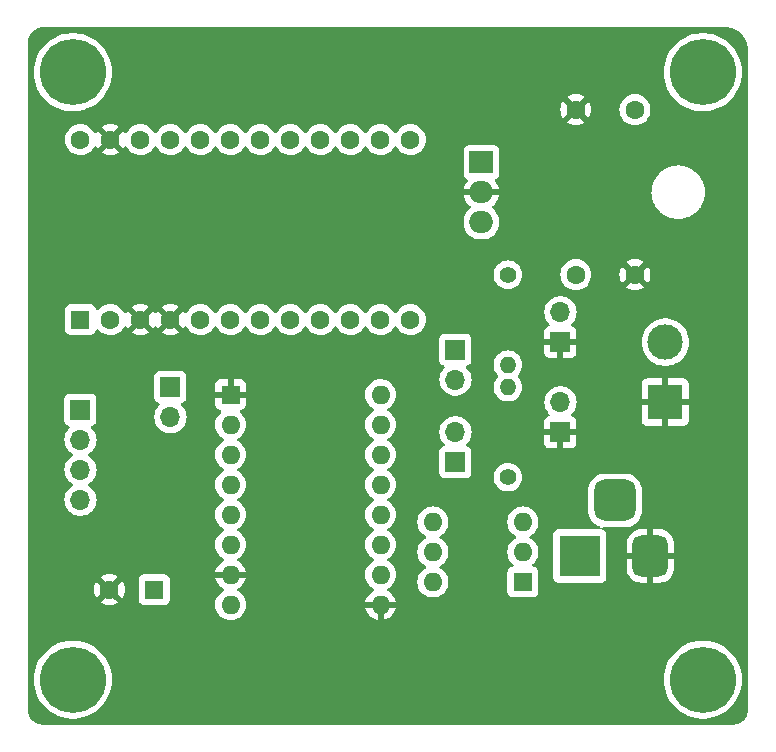
<source format=gbr>
%TF.GenerationSoftware,KiCad,Pcbnew,7.0.1*%
%TF.CreationDate,2024-08-10T04:53:00+08:00*%
%TF.ProjectId,BDST,42445354-2e6b-4696-9361-645f70636258,rev?*%
%TF.SameCoordinates,Original*%
%TF.FileFunction,Copper,L2,Bot*%
%TF.FilePolarity,Positive*%
%FSLAX46Y46*%
G04 Gerber Fmt 4.6, Leading zero omitted, Abs format (unit mm)*
G04 Created by KiCad (PCBNEW 7.0.1) date 2024-08-10 04:53:00*
%MOMM*%
%LPD*%
G01*
G04 APERTURE LIST*
G04 Aperture macros list*
%AMRoundRect*
0 Rectangle with rounded corners*
0 $1 Rounding radius*
0 $2 $3 $4 $5 $6 $7 $8 $9 X,Y pos of 4 corners*
0 Add a 4 corners polygon primitive as box body*
4,1,4,$2,$3,$4,$5,$6,$7,$8,$9,$2,$3,0*
0 Add four circle primitives for the rounded corners*
1,1,$1+$1,$2,$3*
1,1,$1+$1,$4,$5*
1,1,$1+$1,$6,$7*
1,1,$1+$1,$8,$9*
0 Add four rect primitives between the rounded corners*
20,1,$1+$1,$2,$3,$4,$5,0*
20,1,$1+$1,$4,$5,$6,$7,0*
20,1,$1+$1,$6,$7,$8,$9,0*
20,1,$1+$1,$8,$9,$2,$3,0*%
G04 Aperture macros list end*
%TA.AperFunction,ComponentPad*%
%ADD10R,1.600000X1.600000*%
%TD*%
%TA.AperFunction,ComponentPad*%
%ADD11C,1.600000*%
%TD*%
%TA.AperFunction,ComponentPad*%
%ADD12R,3.000000X3.000000*%
%TD*%
%TA.AperFunction,ComponentPad*%
%ADD13C,3.000000*%
%TD*%
%TA.AperFunction,ComponentPad*%
%ADD14R,1.700000X1.700000*%
%TD*%
%TA.AperFunction,ComponentPad*%
%ADD15O,1.700000X1.700000*%
%TD*%
%TA.AperFunction,ComponentPad*%
%ADD16C,1.400000*%
%TD*%
%TA.AperFunction,ComponentPad*%
%ADD17O,1.400000X1.400000*%
%TD*%
%TA.AperFunction,ComponentPad*%
%ADD18C,3.600000*%
%TD*%
%TA.AperFunction,ConnectorPad*%
%ADD19C,5.600000*%
%TD*%
%TA.AperFunction,ComponentPad*%
%ADD20O,1.600000X1.600000*%
%TD*%
%TA.AperFunction,ComponentPad*%
%ADD21R,2.000000X1.905000*%
%TD*%
%TA.AperFunction,ComponentPad*%
%ADD22O,2.000000X1.905000*%
%TD*%
%TA.AperFunction,ComponentPad*%
%ADD23R,3.500000X3.500000*%
%TD*%
%TA.AperFunction,ComponentPad*%
%ADD24RoundRect,0.750000X0.750000X1.000000X-0.750000X1.000000X-0.750000X-1.000000X0.750000X-1.000000X0*%
%TD*%
%TA.AperFunction,ComponentPad*%
%ADD25RoundRect,0.875000X0.875000X0.875000X-0.875000X0.875000X-0.875000X-0.875000X0.875000X-0.875000X0*%
%TD*%
G04 APERTURE END LIST*
D10*
%TO.P,U1,1,TX/1*%
%TO.N,unconnected-(U1-Pad1)*%
X92710000Y-60960000D03*
D11*
%TO.P,U1,2,RX/0*%
%TO.N,unconnected-(U1-Pad2)*%
X95250000Y-60960000D03*
%TO.P,U1,3,GND*%
%TO.N,GND*%
X97790000Y-60960000D03*
%TO.P,U1,4,GND*%
X100330000Y-60960000D03*
%TO.P,U1,5,SDA/2*%
%TO.N,unconnected-(U1-Pad5)*%
X102870000Y-60960000D03*
%TO.P,U1,6,SCL/3*%
%TO.N,unconnected-(U1-Pad6)*%
X105410000Y-60960000D03*
%TO.P,U1,7,A6/4*%
%TO.N,unconnected-(U1-Pad7)*%
X107950000Y-60960000D03*
%TO.P,U1,8,5*%
%TO.N,unconnected-(U1-Pad8)*%
X110490000Y-60960000D03*
%TO.P,U1,9,A7/6*%
%TO.N,Net-(R1-Pad2)*%
X113030000Y-60960000D03*
%TO.P,U1,10,7*%
%TO.N,Net-(R2-Pad1)*%
X115570000Y-60960000D03*
%TO.P,U1,11,A8/8*%
%TO.N,/MOTOR_STEP*%
X118110000Y-60960000D03*
%TO.P,U1,12,A9/9*%
%TO.N,/MOTOR_DIR*%
X120650000Y-60960000D03*
%TO.P,U1,13,A10/10*%
%TO.N,unconnected-(U1-Pad13)*%
X120650000Y-45720000D03*
%TO.P,U1,14,MOSI/16*%
%TO.N,unconnected-(U1-Pad14)*%
X118110000Y-45720000D03*
%TO.P,U1,15,MISO/14*%
%TO.N,unconnected-(U1-Pad15)*%
X115570000Y-45720000D03*
%TO.P,U1,16,SCLK/15*%
%TO.N,unconnected-(U1-Pad16)*%
X113030000Y-45720000D03*
%TO.P,U1,17,A0/18*%
%TO.N,unconnected-(U1-Pad17)*%
X110490000Y-45720000D03*
%TO.P,U1,18,A1/19*%
%TO.N,unconnected-(U1-Pad18)*%
X107950000Y-45720000D03*
%TO.P,U1,19,A2/20*%
%TO.N,unconnected-(U1-Pad19)*%
X105410000Y-45720000D03*
%TO.P,U1,20,A3/21*%
%TO.N,unconnected-(U1-Pad20)*%
X102870000Y-45720000D03*
%TO.P,U1,21,VCC*%
%TO.N,VCC*%
X100330000Y-45720000D03*
%TO.P,U1,22,RST*%
%TO.N,unconnected-(U1-Pad22)*%
X97790000Y-45720000D03*
%TO.P,U1,23,GND*%
%TO.N,GND*%
X95250000Y-45720000D03*
%TO.P,U1,24,RAW*%
%TO.N,unconnected-(U1-Pad24)*%
X92710000Y-45720000D03*
%TD*%
D12*
%TO.P,J2,1,Pin_1*%
%TO.N,GND*%
X142240000Y-67945000D03*
D13*
%TO.P,J2,2,Pin_2*%
%TO.N,VAA*%
X142240000Y-62865000D03*
%TD*%
D11*
%TO.P,C1,1*%
%TO.N,VAA*%
X139660000Y-43180000D03*
%TO.P,C1,2*%
%TO.N,GND*%
X134660000Y-43180000D03*
%TD*%
D14*
%TO.P,M1,1*%
%TO.N,/M1A*%
X92710000Y-68590000D03*
D15*
%TO.P,M1,2,-*%
%TO.N,/M1B*%
X92710000Y-71130000D03*
%TO.P,M1,3*%
%TO.N,/M2A*%
X92710000Y-73670000D03*
%TO.P,M1,4*%
%TO.N,/M2B*%
X92710000Y-76210000D03*
%TD*%
D14*
%TO.P,SW2,1,A*%
%TO.N,GND*%
X133350000Y-70490000D03*
D15*
%TO.P,SW2,2,B*%
%TO.N,Net-(R1-Pad2)*%
X133350000Y-67950000D03*
%TD*%
D14*
%TO.P,JP3,1,A*%
%TO.N,VCC*%
X124460000Y-63495000D03*
D15*
%TO.P,JP3,2,B*%
%TO.N,Net-(JP3-Pad2)*%
X124460000Y-66035000D03*
%TD*%
D14*
%TO.P,SW3,1,A*%
%TO.N,GND*%
X133350000Y-62865000D03*
D15*
%TO.P,SW3,2,B*%
%TO.N,Net-(R2-Pad1)*%
X133350000Y-60325000D03*
%TD*%
D16*
%TO.P,R2,1*%
%TO.N,Net-(R2-Pad1)*%
X128905000Y-57150000D03*
D17*
%TO.P,R2,2*%
%TO.N,VCC*%
X128905000Y-64770000D03*
%TD*%
D18*
%TO.P,A,1*%
%TO.N,N/C*%
X145415000Y-40005000D03*
D19*
X145415000Y-40005000D03*
%TD*%
D10*
%TO.P,U3,1,GND*%
%TO.N,GND*%
X105420000Y-67310000D03*
D20*
%TO.P,U3,2,VDD*%
%TO.N,Net-(JP1-Pad2)*%
X105420000Y-69850000D03*
%TO.P,U3,3,1B*%
%TO.N,/M1A*%
X105420000Y-72390000D03*
%TO.P,U3,4,1A*%
%TO.N,/M1B*%
X105420000Y-74930000D03*
%TO.P,U3,5,2A*%
%TO.N,/M2A*%
X105420000Y-77470000D03*
%TO.P,U3,6,2B*%
%TO.N,/M2B*%
X105420000Y-80010000D03*
%TO.P,U3,7,GND*%
%TO.N,GND*%
X105420000Y-82550000D03*
%TO.P,U3,8,VMOT*%
%TO.N,VAA*%
X105420000Y-85090000D03*
%TO.P,U3,9,~{ENABLE}*%
%TO.N,GND*%
X118120000Y-85090000D03*
%TO.P,U3,10,MS1*%
%TO.N,Net-(SW1-Pad6)*%
X118120000Y-82550000D03*
%TO.P,U3,11,MS2*%
%TO.N,Net-(SW1-Pad5)*%
X118120000Y-80010000D03*
%TO.P,U3,12,MS3*%
%TO.N,Net-(SW1-Pad4)*%
X118120000Y-77470000D03*
%TO.P,U3,13,~{RESET}*%
%TO.N,Net-(JP2-Pad2)*%
X118120000Y-74930000D03*
%TO.P,U3,14,~{SLEEP}*%
%TO.N,Net-(JP3-Pad2)*%
X118120000Y-72390000D03*
%TO.P,U3,15,STEP*%
%TO.N,/MOTOR_STEP*%
X118120000Y-69850000D03*
%TO.P,U3,16,DIR*%
%TO.N,/MOTOR_DIR*%
X118120000Y-67310000D03*
%TD*%
D18*
%TO.P,B,1*%
%TO.N,N/C*%
X92075000Y-40005000D03*
D19*
X92075000Y-40005000D03*
%TD*%
D18*
%TO.P,C,1*%
%TO.N,N/C*%
X92075000Y-91440000D03*
D19*
X92075000Y-91440000D03*
%TD*%
D21*
%TO.P,U2,1,IN*%
%TO.N,VAA*%
X126660000Y-47625000D03*
D22*
%TO.P,U2,2,GND*%
%TO.N,GND*%
X126660000Y-50165000D03*
%TO.P,U2,3,OUT*%
%TO.N,VCC*%
X126660000Y-52705000D03*
%TD*%
D10*
%TO.P,C3,1*%
%TO.N,VAA*%
X98957651Y-83820000D03*
D11*
%TO.P,C3,2*%
%TO.N,GND*%
X95157651Y-83820000D03*
%TD*%
D23*
%TO.P,J1,1*%
%TO.N,VAA*%
X134970000Y-80967500D03*
D24*
%TO.P,J1,2*%
%TO.N,GND*%
X140970000Y-80967500D03*
D25*
%TO.P,J1,3*%
%TO.N,N/C*%
X137970000Y-76267500D03*
%TD*%
D18*
%TO.P,D,1*%
%TO.N,N/C*%
X145415000Y-91440000D03*
D19*
X145415000Y-91440000D03*
%TD*%
D14*
%TO.P,JP2,1,A*%
%TO.N,VCC*%
X124460000Y-73025000D03*
D15*
%TO.P,JP2,2,B*%
%TO.N,Net-(JP2-Pad2)*%
X124460000Y-70485000D03*
%TD*%
D14*
%TO.P,JP1,1,A*%
%TO.N,VCC*%
X100330000Y-66670000D03*
D15*
%TO.P,JP1,2,B*%
%TO.N,Net-(JP1-Pad2)*%
X100330000Y-69210000D03*
%TD*%
D16*
%TO.P,R1,1*%
%TO.N,VCC*%
X128905000Y-74295000D03*
D17*
%TO.P,R1,2*%
%TO.N,Net-(R1-Pad2)*%
X128905000Y-66675000D03*
%TD*%
D10*
%TO.P,SW1,1*%
%TO.N,VCC*%
X130175000Y-83170000D03*
D20*
%TO.P,SW1,2*%
X130175000Y-80630000D03*
%TO.P,SW1,3*%
X130175000Y-78090000D03*
%TO.P,SW1,4*%
%TO.N,Net-(SW1-Pad4)*%
X122555000Y-78090000D03*
%TO.P,SW1,5*%
%TO.N,Net-(SW1-Pad5)*%
X122555000Y-80630000D03*
%TO.P,SW1,6*%
%TO.N,Net-(SW1-Pad6)*%
X122555000Y-83170000D03*
%TD*%
D11*
%TO.P,C2,1*%
%TO.N,VCC*%
X134660000Y-57150000D03*
%TO.P,C2,2*%
%TO.N,GND*%
X139660000Y-57150000D03*
%TD*%
%TA.AperFunction,Conductor*%
%TO.N,GND*%
G36*
X147324118Y-36195770D02*
G01*
X147329459Y-36196120D01*
X147403729Y-36200987D01*
X147568491Y-36212772D01*
X147584034Y-36214865D01*
X147691312Y-36236204D01*
X147693146Y-36236586D01*
X147824413Y-36265142D01*
X147838090Y-36268937D01*
X147947079Y-36305934D01*
X147950580Y-36307181D01*
X148070749Y-36352001D01*
X148082420Y-36357040D01*
X148187761Y-36408989D01*
X148192379Y-36411387D01*
X148302898Y-36471735D01*
X148312496Y-36477546D01*
X148411089Y-36543424D01*
X148416532Y-36547276D01*
X148516542Y-36622143D01*
X148524089Y-36628262D01*
X148613550Y-36706718D01*
X148619567Y-36712354D01*
X148707644Y-36800431D01*
X148713280Y-36806448D01*
X148791736Y-36895909D01*
X148797861Y-36903463D01*
X148872712Y-37003453D01*
X148876585Y-37008925D01*
X148896740Y-37039089D01*
X148942449Y-37107498D01*
X148948271Y-37117114D01*
X149008597Y-37227593D01*
X149011015Y-37232249D01*
X149062952Y-37337565D01*
X149068002Y-37349262D01*
X149112812Y-37469404D01*
X149114069Y-37472934D01*
X149151055Y-37581889D01*
X149154862Y-37595607D01*
X149183373Y-37726668D01*
X149183832Y-37728871D01*
X149205129Y-37835939D01*
X149207229Y-37851532D01*
X149218994Y-38016034D01*
X149219045Y-38016780D01*
X149224230Y-38095880D01*
X149224500Y-38104122D01*
X149224500Y-93975055D01*
X149224111Y-93984942D01*
X149220072Y-94036255D01*
X149219981Y-94037351D01*
X149207725Y-94177424D01*
X149204724Y-94195854D01*
X149185869Y-94274394D01*
X149185057Y-94277592D01*
X149156901Y-94382672D01*
X149151603Y-94398279D01*
X149118414Y-94478405D01*
X149116200Y-94483437D01*
X149072726Y-94576668D01*
X149065963Y-94589254D01*
X149019482Y-94665103D01*
X149015263Y-94671538D01*
X148957472Y-94754071D01*
X148950070Y-94763630D01*
X148891746Y-94831919D01*
X148885030Y-94839184D01*
X148814184Y-94910030D01*
X148806919Y-94916746D01*
X148738630Y-94975070D01*
X148729071Y-94982472D01*
X148646538Y-95040263D01*
X148640103Y-95044482D01*
X148564254Y-95090963D01*
X148551668Y-95097726D01*
X148458437Y-95141200D01*
X148453405Y-95143414D01*
X148373279Y-95176603D01*
X148357672Y-95181901D01*
X148252592Y-95210057D01*
X148249394Y-95210869D01*
X148170854Y-95229724D01*
X148152424Y-95232725D01*
X148012351Y-95244981D01*
X148011255Y-95245072D01*
X147959942Y-95249111D01*
X147950055Y-95249500D01*
X89539945Y-95249500D01*
X89530082Y-95249112D01*
X89478626Y-95245063D01*
X89477647Y-95244981D01*
X89337574Y-95232725D01*
X89319144Y-95229724D01*
X89240604Y-95210869D01*
X89237406Y-95210057D01*
X89132326Y-95181901D01*
X89116719Y-95176603D01*
X89036593Y-95143414D01*
X89031561Y-95141200D01*
X88973426Y-95114091D01*
X88938326Y-95097723D01*
X88925749Y-95090966D01*
X88849894Y-95044481D01*
X88843479Y-95040275D01*
X88760923Y-94982469D01*
X88751368Y-94975070D01*
X88683079Y-94916746D01*
X88675814Y-94910030D01*
X88604968Y-94839184D01*
X88598252Y-94831919D01*
X88539928Y-94763630D01*
X88532534Y-94754082D01*
X88474713Y-94671505D01*
X88470528Y-94665121D01*
X88424026Y-94589237D01*
X88417282Y-94576686D01*
X88373787Y-94483413D01*
X88371602Y-94478446D01*
X88338390Y-94398265D01*
X88333100Y-94382681D01*
X88304927Y-94277537D01*
X88304139Y-94274434D01*
X88285274Y-94195854D01*
X88282273Y-94177423D01*
X88270026Y-94037447D01*
X88269948Y-94036516D01*
X88265888Y-93984929D01*
X88265500Y-93975045D01*
X88265500Y-91440000D01*
X88761640Y-91440000D01*
X88781064Y-91798237D01*
X88839104Y-92152273D01*
X88935083Y-92497957D01*
X88935085Y-92497961D01*
X89067877Y-92831243D01*
X89128490Y-92945572D01*
X89235923Y-93148213D01*
X89313188Y-93262169D01*
X89437258Y-93445159D01*
X89669516Y-93718595D01*
X89929977Y-93965317D01*
X90215586Y-94182431D01*
X90522995Y-94367393D01*
X90848599Y-94518033D01*
X90848605Y-94518035D01*
X91188582Y-94632587D01*
X91538958Y-94709711D01*
X91895614Y-94748500D01*
X91895618Y-94748500D01*
X92254382Y-94748500D01*
X92254386Y-94748500D01*
X92539710Y-94717468D01*
X92611042Y-94709711D01*
X92961417Y-94632587D01*
X93301401Y-94518033D01*
X93627005Y-94367393D01*
X93934414Y-94182431D01*
X94220023Y-93965317D01*
X94480484Y-93718595D01*
X94712742Y-93445159D01*
X94914075Y-93148215D01*
X95082123Y-92831243D01*
X95214915Y-92497961D01*
X95310895Y-92152274D01*
X95368936Y-91798237D01*
X95388359Y-91440000D01*
X95388359Y-91439999D01*
X142101640Y-91439999D01*
X142121064Y-91798237D01*
X142179104Y-92152273D01*
X142275083Y-92497957D01*
X142275085Y-92497961D01*
X142407877Y-92831243D01*
X142468490Y-92945572D01*
X142575923Y-93148213D01*
X142653188Y-93262169D01*
X142777258Y-93445159D01*
X143009516Y-93718595D01*
X143269977Y-93965317D01*
X143555586Y-94182431D01*
X143862995Y-94367393D01*
X144188599Y-94518033D01*
X144188605Y-94518035D01*
X144528582Y-94632587D01*
X144878958Y-94709711D01*
X145235614Y-94748500D01*
X145235618Y-94748500D01*
X145594382Y-94748500D01*
X145594386Y-94748500D01*
X145879710Y-94717468D01*
X145951042Y-94709711D01*
X146301417Y-94632587D01*
X146641401Y-94518033D01*
X146967005Y-94367393D01*
X147274414Y-94182431D01*
X147560023Y-93965317D01*
X147820484Y-93718595D01*
X148052742Y-93445159D01*
X148254075Y-93148215D01*
X148422123Y-92831243D01*
X148554915Y-92497961D01*
X148650895Y-92152274D01*
X148708936Y-91798237D01*
X148728359Y-91440000D01*
X148708936Y-91081763D01*
X148650895Y-90727726D01*
X148554915Y-90382039D01*
X148422123Y-90048757D01*
X148254075Y-89731785D01*
X148052742Y-89434841D01*
X147820484Y-89161405D01*
X147560023Y-88914683D01*
X147274414Y-88697569D01*
X146967005Y-88512607D01*
X146641401Y-88361967D01*
X146641399Y-88361966D01*
X146641394Y-88361964D01*
X146301417Y-88247412D01*
X145951041Y-88170288D01*
X145594386Y-88131500D01*
X145594382Y-88131500D01*
X145235618Y-88131500D01*
X145235614Y-88131500D01*
X144878958Y-88170288D01*
X144528582Y-88247412D01*
X144188605Y-88361964D01*
X143862992Y-88512608D01*
X143555587Y-88697568D01*
X143555584Y-88697569D01*
X143555586Y-88697569D01*
X143269977Y-88914683D01*
X143009516Y-89161405D01*
X142777258Y-89434841D01*
X142777257Y-89434843D01*
X142575923Y-89731786D01*
X142407877Y-90048757D01*
X142275083Y-90382042D01*
X142179104Y-90727726D01*
X142121064Y-91081762D01*
X142101640Y-91439999D01*
X95388359Y-91439999D01*
X95368936Y-91081763D01*
X95310895Y-90727726D01*
X95214915Y-90382039D01*
X95082123Y-90048757D01*
X94914075Y-89731785D01*
X94712742Y-89434841D01*
X94480484Y-89161405D01*
X94220023Y-88914683D01*
X93934414Y-88697569D01*
X93627005Y-88512607D01*
X93301401Y-88361967D01*
X93301399Y-88361966D01*
X93301394Y-88361964D01*
X92961417Y-88247412D01*
X92611041Y-88170288D01*
X92254386Y-88131500D01*
X92254382Y-88131500D01*
X91895618Y-88131500D01*
X91895614Y-88131500D01*
X91538958Y-88170288D01*
X91188582Y-88247412D01*
X90848605Y-88361964D01*
X90522992Y-88512608D01*
X90215587Y-88697568D01*
X90215584Y-88697569D01*
X90215586Y-88697569D01*
X89929977Y-88914683D01*
X89669516Y-89161405D01*
X89437258Y-89434841D01*
X89437257Y-89434843D01*
X89235923Y-89731786D01*
X89067877Y-90048757D01*
X88935083Y-90382042D01*
X88839104Y-90727726D01*
X88781064Y-91081762D01*
X88761640Y-91440000D01*
X88265500Y-91440000D01*
X88265500Y-84907100D01*
X94429761Y-84907100D01*
X94501148Y-84957085D01*
X94708580Y-85053813D01*
X94929651Y-85113048D01*
X95157651Y-85132995D01*
X95385650Y-85113048D01*
X95606721Y-85053813D01*
X95814149Y-84957087D01*
X95885539Y-84907099D01*
X95885539Y-84907097D01*
X95647080Y-84668638D01*
X97649151Y-84668638D01*
X97655662Y-84729200D01*
X97706762Y-84866205D01*
X97794389Y-84983261D01*
X97911445Y-85070888D01*
X97911446Y-85070888D01*
X97911447Y-85070889D01*
X98048450Y-85121989D01*
X98109013Y-85128500D01*
X99806289Y-85128500D01*
X99866852Y-85121989D01*
X99952617Y-85090000D01*
X104106502Y-85090000D01*
X104109301Y-85121988D01*
X104126457Y-85318087D01*
X104185715Y-85539243D01*
X104282477Y-85746750D01*
X104413804Y-85934303D01*
X104575696Y-86096195D01*
X104763249Y-86227522D01*
X104970756Y-86324284D01*
X105030015Y-86340162D01*
X105191913Y-86383543D01*
X105420000Y-86403498D01*
X105648087Y-86383543D01*
X105869243Y-86324284D01*
X106076749Y-86227523D01*
X106264300Y-86096198D01*
X106426198Y-85934300D01*
X106557523Y-85746749D01*
X106654284Y-85539243D01*
X106706600Y-85344000D01*
X116833918Y-85344000D01*
X116886186Y-85539070D01*
X116982912Y-85746498D01*
X117114189Y-85933981D01*
X117276018Y-86095810D01*
X117463501Y-86227087D01*
X117670929Y-86323813D01*
X117866000Y-86376082D01*
X117866000Y-85344000D01*
X118374000Y-85344000D01*
X118374000Y-86376082D01*
X118569070Y-86323813D01*
X118776498Y-86227087D01*
X118963981Y-86095810D01*
X119125810Y-85933981D01*
X119257087Y-85746498D01*
X119353813Y-85539070D01*
X119406082Y-85344000D01*
X118374000Y-85344000D01*
X117866000Y-85344000D01*
X116833918Y-85344000D01*
X106706600Y-85344000D01*
X106713543Y-85318087D01*
X106733498Y-85090000D01*
X106713543Y-84861913D01*
X106654284Y-84640757D01*
X106610978Y-84547887D01*
X106557522Y-84433249D01*
X106442562Y-84269070D01*
X106426198Y-84245700D01*
X106426197Y-84245699D01*
X106426195Y-84245696D01*
X106264303Y-84083804D01*
X106076748Y-83952476D01*
X106036951Y-83933919D01*
X105983933Y-83887424D01*
X105964200Y-83819724D01*
X105983933Y-83752024D01*
X106036951Y-83705529D01*
X106076497Y-83687088D01*
X106263981Y-83555810D01*
X106425810Y-83393981D01*
X106557087Y-83206498D01*
X106653813Y-82999070D01*
X106706082Y-82804000D01*
X104133918Y-82804000D01*
X104186186Y-82999070D01*
X104282912Y-83206498D01*
X104414189Y-83393981D01*
X104576018Y-83555810D01*
X104763501Y-83687087D01*
X104803049Y-83705529D01*
X104856066Y-83752024D01*
X104875799Y-83819724D01*
X104856066Y-83887424D01*
X104803049Y-83933919D01*
X104763250Y-83952477D01*
X104575696Y-84083804D01*
X104413804Y-84245696D01*
X104282477Y-84433249D01*
X104185715Y-84640756D01*
X104126457Y-84861912D01*
X104118130Y-84957085D01*
X104106502Y-85090000D01*
X99952617Y-85090000D01*
X100003855Y-85070889D01*
X100120912Y-84983261D01*
X100208540Y-84866204D01*
X100259640Y-84729201D01*
X100266151Y-84668638D01*
X100266151Y-82971362D01*
X100259640Y-82910799D01*
X100208540Y-82773796D01*
X100208539Y-82773794D01*
X100120912Y-82656738D01*
X100003856Y-82569111D01*
X99952617Y-82550000D01*
X116806502Y-82550000D01*
X116826457Y-82778087D01*
X116885715Y-82999243D01*
X116982477Y-83206750D01*
X117113804Y-83394303D01*
X117275696Y-83556195D01*
X117275699Y-83556197D01*
X117275700Y-83556198D01*
X117463251Y-83687523D01*
X117503049Y-83706081D01*
X117556065Y-83752573D01*
X117575799Y-83820273D01*
X117556067Y-83887973D01*
X117503051Y-83934469D01*
X117463502Y-83952911D01*
X117276018Y-84084189D01*
X117114189Y-84246018D01*
X116982912Y-84433501D01*
X116886186Y-84640929D01*
X116833917Y-84836000D01*
X119406082Y-84836000D01*
X119353813Y-84640929D01*
X119257087Y-84433501D01*
X119125810Y-84246018D01*
X118963981Y-84084189D01*
X118776497Y-83952911D01*
X118736951Y-83934471D01*
X118683933Y-83887976D01*
X118664200Y-83820276D01*
X118683933Y-83752576D01*
X118736951Y-83706081D01*
X118738135Y-83705529D01*
X118776749Y-83687523D01*
X118964300Y-83556198D01*
X119126198Y-83394300D01*
X119257523Y-83206749D01*
X119274660Y-83169999D01*
X121241502Y-83169999D01*
X121261457Y-83398087D01*
X121320715Y-83619243D01*
X121417477Y-83826750D01*
X121548804Y-84014303D01*
X121710696Y-84176195D01*
X121898249Y-84307522D01*
X122105756Y-84404284D01*
X122165014Y-84420162D01*
X122326913Y-84463543D01*
X122555000Y-84483498D01*
X122783087Y-84463543D01*
X123004243Y-84404284D01*
X123211749Y-84307523D01*
X123399300Y-84176198D01*
X123561198Y-84014300D01*
X123692523Y-83826749D01*
X123789284Y-83619243D01*
X123848543Y-83398087D01*
X123868498Y-83170000D01*
X123848543Y-82941913D01*
X123792538Y-82732900D01*
X123789284Y-82720756D01*
X123692522Y-82513249D01*
X123561195Y-82325696D01*
X123399303Y-82163804D01*
X123211748Y-82032476D01*
X123172543Y-82014195D01*
X123119525Y-81967700D01*
X123099792Y-81900000D01*
X123119525Y-81832300D01*
X123172543Y-81785805D01*
X123177163Y-81783650D01*
X123211749Y-81767523D01*
X123399300Y-81636198D01*
X123561198Y-81474300D01*
X123692523Y-81286749D01*
X123789284Y-81079243D01*
X123848543Y-80858087D01*
X123868498Y-80630000D01*
X128861502Y-80630000D01*
X128881457Y-80858087D01*
X128940715Y-81079243D01*
X129037477Y-81286750D01*
X129168804Y-81474303D01*
X129330696Y-81636195D01*
X129333999Y-81638508D01*
X129373768Y-81684072D01*
X129387724Y-81742919D01*
X129372653Y-81801490D01*
X129332025Y-81846291D01*
X129275202Y-81867000D01*
X129270593Y-81867495D01*
X129265799Y-81868011D01*
X129220131Y-81885044D01*
X129128794Y-81919111D01*
X129011738Y-82006738D01*
X128924111Y-82123794D01*
X128873010Y-82260799D01*
X128873011Y-82260799D01*
X128866500Y-82321362D01*
X128866500Y-84018638D01*
X128873011Y-84079201D01*
X128898560Y-84147702D01*
X128924111Y-84216205D01*
X129011738Y-84333261D01*
X129128794Y-84420888D01*
X129128795Y-84420888D01*
X129128796Y-84420889D01*
X129265799Y-84471989D01*
X129326362Y-84478500D01*
X131023638Y-84478500D01*
X131084201Y-84471989D01*
X131221204Y-84420889D01*
X131338261Y-84333261D01*
X131425889Y-84216204D01*
X131476989Y-84079201D01*
X131483500Y-84018638D01*
X131483500Y-82766138D01*
X132711500Y-82766138D01*
X132715570Y-82804000D01*
X132718011Y-82826700D01*
X132769111Y-82963705D01*
X132856738Y-83080761D01*
X132973794Y-83168388D01*
X132973795Y-83168388D01*
X132973796Y-83168389D01*
X133110799Y-83219489D01*
X133171362Y-83226000D01*
X136768638Y-83226000D01*
X136829201Y-83219489D01*
X136966204Y-83168389D01*
X137083261Y-83080761D01*
X137170889Y-82963704D01*
X137221989Y-82826701D01*
X137228500Y-82766138D01*
X137228500Y-81221500D01*
X138962000Y-81221500D01*
X138962000Y-82032105D01*
X138972466Y-82165091D01*
X139027795Y-82384670D01*
X139121444Y-82590844D01*
X139250400Y-82776982D01*
X139410517Y-82937099D01*
X139596655Y-83066055D01*
X139802829Y-83159704D01*
X140022408Y-83215033D01*
X140155395Y-83225500D01*
X140716000Y-83225500D01*
X140716000Y-81221500D01*
X141224000Y-81221500D01*
X141224000Y-83225500D01*
X141784605Y-83225500D01*
X141917591Y-83215033D01*
X142137170Y-83159704D01*
X142343344Y-83066055D01*
X142529482Y-82937099D01*
X142689599Y-82776982D01*
X142818555Y-82590844D01*
X142912204Y-82384670D01*
X142967533Y-82165091D01*
X142978000Y-82032105D01*
X142978000Y-81221500D01*
X141224000Y-81221500D01*
X140716000Y-81221500D01*
X138962000Y-81221500D01*
X137228500Y-81221500D01*
X137228500Y-80713500D01*
X138962000Y-80713500D01*
X140716000Y-80713500D01*
X140716000Y-78709500D01*
X141224000Y-78709500D01*
X141224000Y-80713500D01*
X142978000Y-80713500D01*
X142978000Y-79902895D01*
X142967533Y-79769908D01*
X142912204Y-79550329D01*
X142818555Y-79344155D01*
X142689599Y-79158017D01*
X142529482Y-78997900D01*
X142343344Y-78868944D01*
X142137170Y-78775295D01*
X141917591Y-78719966D01*
X141784605Y-78709500D01*
X141224000Y-78709500D01*
X140716000Y-78709500D01*
X140155395Y-78709500D01*
X140022408Y-78719966D01*
X139802829Y-78775295D01*
X139596655Y-78868944D01*
X139410517Y-78997900D01*
X139250400Y-79158017D01*
X139121444Y-79344155D01*
X139027795Y-79550329D01*
X138972466Y-79769908D01*
X138962000Y-79902895D01*
X138962000Y-80713500D01*
X137228500Y-80713500D01*
X137228500Y-79168862D01*
X137221989Y-79108299D01*
X137170889Y-78971296D01*
X137170888Y-78971294D01*
X137083261Y-78854238D01*
X136951702Y-78755754D01*
X136953248Y-78753688D01*
X136919687Y-78728933D01*
X136894101Y-78664565D01*
X136906403Y-78596401D01*
X136952875Y-78545038D01*
X137019469Y-78525999D01*
X138939170Y-78525999D01*
X138992092Y-78523189D01*
X139223314Y-78478470D01*
X139443652Y-78395318D01*
X139646768Y-78276125D01*
X139826819Y-78124319D01*
X139978625Y-77944268D01*
X140097818Y-77741152D01*
X140180970Y-77520814D01*
X140225689Y-77289592D01*
X140228500Y-77236671D01*
X140228499Y-75298330D01*
X140225689Y-75245408D01*
X140180970Y-75014186D01*
X140097818Y-74793848D01*
X139978625Y-74590732D01*
X139908254Y-74507268D01*
X139826819Y-74410680D01*
X139646768Y-74258875D01*
X139611640Y-74238261D01*
X139443652Y-74139682D01*
X139223314Y-74056530D01*
X138992092Y-74011811D01*
X138939171Y-74009000D01*
X138939164Y-74009000D01*
X137000834Y-74009000D01*
X136954197Y-74011477D01*
X136947908Y-74011811D01*
X136716686Y-74056530D01*
X136496348Y-74139682D01*
X136496346Y-74139682D01*
X136496346Y-74139683D01*
X136293231Y-74258875D01*
X136113180Y-74410680D01*
X135961375Y-74590731D01*
X135842183Y-74793846D01*
X135842182Y-74793848D01*
X135759030Y-75014186D01*
X135721722Y-75207091D01*
X135714311Y-75245409D01*
X135711500Y-75298335D01*
X135711500Y-77236665D01*
X135711779Y-77241912D01*
X135714311Y-77289592D01*
X135759030Y-77520814D01*
X135842182Y-77741152D01*
X135842183Y-77741153D01*
X135961375Y-77944268D01*
X136113180Y-78124319D01*
X136264986Y-78252310D01*
X136293232Y-78276125D01*
X136496348Y-78395318D01*
X136681300Y-78465116D01*
X136736828Y-78506367D01*
X136762211Y-78570716D01*
X136749797Y-78638768D01*
X136703329Y-78690011D01*
X136636811Y-78709000D01*
X133171362Y-78709000D01*
X133110799Y-78715511D01*
X132973794Y-78766611D01*
X132856738Y-78854238D01*
X132769111Y-78971294D01*
X132722526Y-79096195D01*
X132718011Y-79108299D01*
X132711500Y-79168862D01*
X132711500Y-82766138D01*
X131483500Y-82766138D01*
X131483500Y-82321362D01*
X131476989Y-82260799D01*
X131425889Y-82123796D01*
X131408771Y-82100929D01*
X131338261Y-82006738D01*
X131221205Y-81919111D01*
X131151866Y-81893249D01*
X131084201Y-81868011D01*
X131074796Y-81866999D01*
X131017973Y-81846290D01*
X130977346Y-81801488D01*
X130962275Y-81742916D01*
X130976233Y-81684069D01*
X131016002Y-81638507D01*
X131019300Y-81636198D01*
X131181198Y-81474300D01*
X131312523Y-81286749D01*
X131409284Y-81079243D01*
X131468543Y-80858087D01*
X131488498Y-80630000D01*
X131468543Y-80401913D01*
X131409284Y-80180757D01*
X131312523Y-79973251D01*
X131181198Y-79785700D01*
X131181197Y-79785699D01*
X131181195Y-79785696D01*
X131019303Y-79623804D01*
X130831748Y-79492476D01*
X130792543Y-79474195D01*
X130739525Y-79427700D01*
X130719792Y-79360000D01*
X130739525Y-79292300D01*
X130792543Y-79245805D01*
X130797163Y-79243650D01*
X130831749Y-79227523D01*
X131019300Y-79096198D01*
X131181198Y-78934300D01*
X131312523Y-78746749D01*
X131409284Y-78539243D01*
X131468543Y-78318087D01*
X131488498Y-78090000D01*
X131468543Y-77861913D01*
X131409284Y-77640757D01*
X131375590Y-77568500D01*
X131312522Y-77433249D01*
X131181195Y-77245696D01*
X131019303Y-77083804D01*
X130831750Y-76952477D01*
X130624243Y-76855715D01*
X130403087Y-76796457D01*
X130175000Y-76776502D01*
X129946912Y-76796457D01*
X129725756Y-76855715D01*
X129518249Y-76952477D01*
X129330696Y-77083804D01*
X129168804Y-77245696D01*
X129037477Y-77433249D01*
X128940715Y-77640756D01*
X128881457Y-77861912D01*
X128861502Y-78090000D01*
X128881457Y-78318087D01*
X128940715Y-78539243D01*
X129037477Y-78746750D01*
X129168804Y-78934303D01*
X129330696Y-79096195D01*
X129330699Y-79096197D01*
X129330700Y-79096198D01*
X129518251Y-79227523D01*
X129553359Y-79243894D01*
X129557457Y-79245805D01*
X129610474Y-79292300D01*
X129630207Y-79360000D01*
X129610474Y-79427700D01*
X129557457Y-79474195D01*
X129518250Y-79492477D01*
X129330696Y-79623804D01*
X129168804Y-79785696D01*
X129037477Y-79973249D01*
X128940715Y-80180756D01*
X128881457Y-80401912D01*
X128861502Y-80630000D01*
X123868498Y-80630000D01*
X123848543Y-80401913D01*
X123789284Y-80180757D01*
X123692523Y-79973251D01*
X123561198Y-79785700D01*
X123561197Y-79785699D01*
X123561195Y-79785696D01*
X123399303Y-79623804D01*
X123211748Y-79492476D01*
X123172543Y-79474195D01*
X123119525Y-79427700D01*
X123099792Y-79360000D01*
X123119525Y-79292300D01*
X123172543Y-79245805D01*
X123177163Y-79243650D01*
X123211749Y-79227523D01*
X123399300Y-79096198D01*
X123561198Y-78934300D01*
X123692523Y-78746749D01*
X123789284Y-78539243D01*
X123848543Y-78318087D01*
X123868498Y-78090000D01*
X123848543Y-77861913D01*
X123789284Y-77640757D01*
X123755590Y-77568500D01*
X123692522Y-77433249D01*
X123561195Y-77245696D01*
X123399303Y-77083804D01*
X123211750Y-76952477D01*
X123004243Y-76855715D01*
X122783087Y-76796457D01*
X122555000Y-76776502D01*
X122326912Y-76796457D01*
X122105756Y-76855715D01*
X121898249Y-76952477D01*
X121710696Y-77083804D01*
X121548804Y-77245696D01*
X121417477Y-77433249D01*
X121320715Y-77640756D01*
X121261457Y-77861912D01*
X121241502Y-78089999D01*
X121261457Y-78318087D01*
X121320715Y-78539243D01*
X121417477Y-78746750D01*
X121548804Y-78934303D01*
X121710696Y-79096195D01*
X121710699Y-79096197D01*
X121710700Y-79096198D01*
X121898251Y-79227523D01*
X121933359Y-79243894D01*
X121937457Y-79245805D01*
X121990474Y-79292300D01*
X122010207Y-79360000D01*
X121990474Y-79427700D01*
X121937457Y-79474195D01*
X121898250Y-79492477D01*
X121710696Y-79623804D01*
X121548804Y-79785696D01*
X121417477Y-79973249D01*
X121320715Y-80180756D01*
X121261457Y-80401912D01*
X121241502Y-80629999D01*
X121261457Y-80858087D01*
X121320715Y-81079243D01*
X121417477Y-81286750D01*
X121548804Y-81474303D01*
X121710696Y-81636195D01*
X121710699Y-81636197D01*
X121710700Y-81636198D01*
X121898251Y-81767523D01*
X121933359Y-81783894D01*
X121937457Y-81785805D01*
X121990474Y-81832300D01*
X122010207Y-81900000D01*
X121990474Y-81967700D01*
X121937457Y-82014195D01*
X121898250Y-82032477D01*
X121710696Y-82163804D01*
X121548804Y-82325696D01*
X121417477Y-82513249D01*
X121320715Y-82720756D01*
X121261457Y-82941912D01*
X121241502Y-83169999D01*
X119274660Y-83169999D01*
X119354284Y-82999243D01*
X119413543Y-82778087D01*
X119433498Y-82550000D01*
X119413543Y-82321913D01*
X119354284Y-82100757D01*
X119322444Y-82032476D01*
X119257522Y-81893249D01*
X119152257Y-81742916D01*
X119126198Y-81705700D01*
X119126197Y-81705699D01*
X119126195Y-81705696D01*
X118964303Y-81543804D01*
X118776748Y-81412476D01*
X118737543Y-81394195D01*
X118684525Y-81347700D01*
X118664792Y-81280000D01*
X118684525Y-81212300D01*
X118737543Y-81165805D01*
X118742163Y-81163650D01*
X118776749Y-81147523D01*
X118964300Y-81016198D01*
X119126198Y-80854300D01*
X119257523Y-80666749D01*
X119354284Y-80459243D01*
X119413543Y-80238087D01*
X119433498Y-80010000D01*
X119413543Y-79781913D01*
X119354284Y-79560757D01*
X119349421Y-79550329D01*
X119257522Y-79353249D01*
X119126195Y-79165696D01*
X118964303Y-79003804D01*
X118776748Y-78872476D01*
X118737543Y-78854195D01*
X118684525Y-78807700D01*
X118664792Y-78740000D01*
X118684525Y-78672300D01*
X118737543Y-78625805D01*
X118742163Y-78623650D01*
X118776749Y-78607523D01*
X118964300Y-78476198D01*
X119126198Y-78314300D01*
X119257523Y-78126749D01*
X119354284Y-77919243D01*
X119413543Y-77698087D01*
X119433498Y-77470000D01*
X119413543Y-77241913D01*
X119354284Y-77020757D01*
X119257523Y-76813251D01*
X119126198Y-76625700D01*
X119126197Y-76625699D01*
X119126195Y-76625696D01*
X118964303Y-76463804D01*
X118776748Y-76332476D01*
X118737543Y-76314195D01*
X118684525Y-76267700D01*
X118664792Y-76200000D01*
X118684525Y-76132300D01*
X118737543Y-76085805D01*
X118742163Y-76083650D01*
X118776749Y-76067523D01*
X118964300Y-75936198D01*
X119126198Y-75774300D01*
X119257523Y-75586749D01*
X119354284Y-75379243D01*
X119413543Y-75158087D01*
X119433498Y-74930000D01*
X119413543Y-74701913D01*
X119361388Y-74507268D01*
X119354284Y-74480756D01*
X119257522Y-74273249D01*
X119126195Y-74085696D01*
X118964303Y-73923804D01*
X118776748Y-73792476D01*
X118737543Y-73774195D01*
X118684525Y-73727700D01*
X118664792Y-73660000D01*
X118684525Y-73592300D01*
X118737543Y-73545805D01*
X118742163Y-73543650D01*
X118776749Y-73527523D01*
X118964300Y-73396198D01*
X119126198Y-73234300D01*
X119257523Y-73046749D01*
X119354284Y-72839243D01*
X119413543Y-72618087D01*
X119433498Y-72390000D01*
X119413543Y-72161913D01*
X119354284Y-71940757D01*
X119257523Y-71733251D01*
X119215342Y-71673011D01*
X119126195Y-71545696D01*
X118964303Y-71383804D01*
X118776748Y-71252476D01*
X118737543Y-71234195D01*
X118684525Y-71187700D01*
X118664792Y-71120000D01*
X118684525Y-71052300D01*
X118737543Y-71005805D01*
X118742163Y-71003650D01*
X118776749Y-70987523D01*
X118964300Y-70856198D01*
X119126198Y-70694300D01*
X119257523Y-70506749D01*
X119267665Y-70485000D01*
X123096844Y-70485000D01*
X123115436Y-70709368D01*
X123115436Y-70709371D01*
X123115437Y-70709372D01*
X123170702Y-70927611D01*
X123261139Y-71133790D01*
X123384278Y-71322268D01*
X123527475Y-71477820D01*
X123556712Y-71531424D01*
X123557315Y-71592480D01*
X123529141Y-71646650D01*
X123478808Y-71681213D01*
X123452972Y-71690849D01*
X123363793Y-71724111D01*
X123246738Y-71811738D01*
X123159111Y-71928794D01*
X123108011Y-72065799D01*
X123101500Y-72126362D01*
X123101500Y-73923638D01*
X123108011Y-73984200D01*
X123159111Y-74121205D01*
X123246738Y-74238261D01*
X123363794Y-74325888D01*
X123363795Y-74325888D01*
X123363796Y-74325889D01*
X123500799Y-74376989D01*
X123561362Y-74383500D01*
X125358638Y-74383500D01*
X125419201Y-74376989D01*
X125556204Y-74325889D01*
X125597467Y-74295000D01*
X127691884Y-74295000D01*
X127710314Y-74505655D01*
X127765043Y-74709909D01*
X127854411Y-74901559D01*
X127975701Y-75074779D01*
X128125220Y-75224298D01*
X128125223Y-75224300D01*
X128125224Y-75224301D01*
X128155371Y-75245410D01*
X128298440Y-75345588D01*
X128298441Y-75345588D01*
X128298442Y-75345589D01*
X128490090Y-75434956D01*
X128694345Y-75489686D01*
X128905000Y-75508116D01*
X129115655Y-75489686D01*
X129319910Y-75434956D01*
X129511558Y-75345589D01*
X129684776Y-75224301D01*
X129834301Y-75074776D01*
X129955589Y-74901558D01*
X130044956Y-74709910D01*
X130099686Y-74505655D01*
X130118116Y-74295000D01*
X130099686Y-74084345D01*
X130044956Y-73880090D01*
X129955589Y-73688442D01*
X129834301Y-73515224D01*
X129834300Y-73515223D01*
X129834298Y-73515220D01*
X129684779Y-73365701D01*
X129511559Y-73244411D01*
X129319909Y-73155043D01*
X129115655Y-73100314D01*
X128905000Y-73081884D01*
X128694344Y-73100314D01*
X128490090Y-73155043D01*
X128298440Y-73244411D01*
X128125220Y-73365701D01*
X127975701Y-73515220D01*
X127854411Y-73688440D01*
X127765043Y-73880090D01*
X127710314Y-74084344D01*
X127691884Y-74295000D01*
X125597467Y-74295000D01*
X125673261Y-74238261D01*
X125760889Y-74121204D01*
X125811989Y-73984201D01*
X125818500Y-73923638D01*
X125818500Y-72126362D01*
X125811989Y-72065799D01*
X125760889Y-71928796D01*
X125700406Y-71848000D01*
X125673261Y-71811738D01*
X125556205Y-71724111D01*
X125494670Y-71701159D01*
X125441191Y-71681213D01*
X125390858Y-71646650D01*
X125362684Y-71592480D01*
X125363287Y-71531424D01*
X125392522Y-71477822D01*
X125535722Y-71322268D01*
X125658860Y-71133791D01*
X125749296Y-70927616D01*
X125795794Y-70744000D01*
X131992000Y-70744000D01*
X131992000Y-71388589D01*
X131998505Y-71449093D01*
X132049554Y-71585962D01*
X132137095Y-71702904D01*
X132254037Y-71790445D01*
X132390906Y-71841494D01*
X132451411Y-71848000D01*
X133096000Y-71848000D01*
X133096000Y-70744000D01*
X133604000Y-70744000D01*
X133604000Y-71848000D01*
X134248589Y-71848000D01*
X134309093Y-71841494D01*
X134445962Y-71790445D01*
X134562904Y-71702904D01*
X134650445Y-71585962D01*
X134701494Y-71449093D01*
X134708000Y-71388589D01*
X134708000Y-70744000D01*
X133604000Y-70744000D01*
X133096000Y-70744000D01*
X131992000Y-70744000D01*
X125795794Y-70744000D01*
X125804564Y-70709368D01*
X125823156Y-70485000D01*
X125804564Y-70260632D01*
X125749296Y-70042384D01*
X125658860Y-69836209D01*
X125535722Y-69647732D01*
X125383240Y-69482094D01*
X125383239Y-69482093D01*
X125383237Y-69482091D01*
X125205578Y-69343812D01*
X125007573Y-69236657D01*
X124863427Y-69187172D01*
X124794635Y-69163556D01*
X124572569Y-69126500D01*
X124347431Y-69126500D01*
X124125365Y-69163556D01*
X124125362Y-69163556D01*
X124125362Y-69163557D01*
X123912426Y-69236657D01*
X123714421Y-69343812D01*
X123536762Y-69482091D01*
X123384278Y-69647731D01*
X123261139Y-69836209D01*
X123170702Y-70042388D01*
X123115437Y-70260627D01*
X123115436Y-70260632D01*
X123096844Y-70485000D01*
X119267665Y-70485000D01*
X119354284Y-70299243D01*
X119413543Y-70078087D01*
X119433498Y-69850000D01*
X119413543Y-69621913D01*
X119354284Y-69400757D01*
X119351150Y-69394037D01*
X119257522Y-69193249D01*
X119126195Y-69005696D01*
X118964303Y-68843804D01*
X118776748Y-68712476D01*
X118737543Y-68694195D01*
X118684525Y-68647700D01*
X118664792Y-68580000D01*
X118684525Y-68512300D01*
X118737543Y-68465805D01*
X118742163Y-68463650D01*
X118776749Y-68447523D01*
X118964300Y-68316198D01*
X119126198Y-68154300D01*
X119257523Y-67966749D01*
X119265333Y-67950000D01*
X131986844Y-67950000D01*
X132005436Y-68174368D01*
X132005436Y-68174371D01*
X132005437Y-68174372D01*
X132060702Y-68392611D01*
X132151139Y-68598790D01*
X132173665Y-68633268D01*
X132274278Y-68787268D01*
X132326324Y-68843805D01*
X132417841Y-68943217D01*
X132447078Y-68996821D01*
X132447681Y-69057877D01*
X132419507Y-69112047D01*
X132369173Y-69146611D01*
X132254036Y-69189554D01*
X132137095Y-69277095D01*
X132049554Y-69394037D01*
X131998505Y-69530906D01*
X131992000Y-69591411D01*
X131992000Y-70236000D01*
X134708000Y-70236000D01*
X134708000Y-69591411D01*
X134701494Y-69530906D01*
X134650445Y-69394037D01*
X134562904Y-69277095D01*
X134445962Y-69189554D01*
X134330827Y-69146611D01*
X134280492Y-69112047D01*
X134252318Y-69057877D01*
X134252921Y-68996821D01*
X134282155Y-68943220D01*
X134425722Y-68787268D01*
X134548860Y-68598791D01*
X134639296Y-68392616D01*
X134688326Y-68199000D01*
X140232000Y-68199000D01*
X140232000Y-69493589D01*
X140238505Y-69554093D01*
X140289554Y-69690962D01*
X140377095Y-69807904D01*
X140494037Y-69895445D01*
X140630906Y-69946494D01*
X140691411Y-69953000D01*
X141986000Y-69953000D01*
X141986000Y-68199000D01*
X142494000Y-68199000D01*
X142494000Y-69953000D01*
X143788589Y-69953000D01*
X143849093Y-69946494D01*
X143985962Y-69895445D01*
X144102904Y-69807904D01*
X144190445Y-69690962D01*
X144241494Y-69554093D01*
X144248000Y-69493589D01*
X144248000Y-68199000D01*
X142494000Y-68199000D01*
X141986000Y-68199000D01*
X140232000Y-68199000D01*
X134688326Y-68199000D01*
X134694564Y-68174368D01*
X134713156Y-67950000D01*
X134694564Y-67725632D01*
X134685794Y-67691000D01*
X140232000Y-67691000D01*
X141986000Y-67691000D01*
X141986000Y-65937000D01*
X142494000Y-65937000D01*
X142494000Y-67691000D01*
X144248000Y-67691000D01*
X144248000Y-66396411D01*
X144241494Y-66335906D01*
X144190445Y-66199037D01*
X144102904Y-66082095D01*
X143985962Y-65994554D01*
X143849093Y-65943505D01*
X143788589Y-65937000D01*
X142494000Y-65937000D01*
X141986000Y-65937000D01*
X140691411Y-65937000D01*
X140630906Y-65943505D01*
X140494037Y-65994554D01*
X140377095Y-66082095D01*
X140289554Y-66199037D01*
X140238505Y-66335906D01*
X140232000Y-66396411D01*
X140232000Y-67691000D01*
X134685794Y-67691000D01*
X134639296Y-67507384D01*
X134548860Y-67301209D01*
X134425722Y-67112732D01*
X134273240Y-66947094D01*
X134273239Y-66947093D01*
X134273237Y-66947091D01*
X134095578Y-66808812D01*
X133897573Y-66701657D01*
X133753427Y-66652172D01*
X133684635Y-66628556D01*
X133462569Y-66591500D01*
X133237431Y-66591500D01*
X133015365Y-66628556D01*
X133015362Y-66628556D01*
X133015362Y-66628557D01*
X132802426Y-66701657D01*
X132604421Y-66808812D01*
X132426762Y-66947091D01*
X132274278Y-67112731D01*
X132151139Y-67301209D01*
X132060702Y-67507388D01*
X132014206Y-67691000D01*
X132005436Y-67725632D01*
X131986844Y-67950000D01*
X119265333Y-67950000D01*
X119354284Y-67759243D01*
X119413543Y-67538087D01*
X119433498Y-67310000D01*
X119413543Y-67081913D01*
X119370162Y-66920014D01*
X119354284Y-66860756D01*
X119257522Y-66653249D01*
X119126195Y-66465696D01*
X118964303Y-66303804D01*
X118776750Y-66172477D01*
X118569243Y-66075715D01*
X118417291Y-66035000D01*
X123096844Y-66035000D01*
X123115436Y-66259368D01*
X123115436Y-66259371D01*
X123115437Y-66259372D01*
X123170702Y-66477611D01*
X123261139Y-66683790D01*
X123384278Y-66872268D01*
X123536762Y-67037908D01*
X123632894Y-67112731D01*
X123714424Y-67176189D01*
X123912426Y-67283342D01*
X124125365Y-67356444D01*
X124347431Y-67393500D01*
X124572566Y-67393500D01*
X124572569Y-67393500D01*
X124794635Y-67356444D01*
X125007574Y-67283342D01*
X125205576Y-67176189D01*
X125383240Y-67037906D01*
X125535722Y-66872268D01*
X125658860Y-66683791D01*
X125662716Y-66674999D01*
X127691884Y-66674999D01*
X127710314Y-66885655D01*
X127765043Y-67089909D01*
X127854411Y-67281559D01*
X127975701Y-67454779D01*
X128125220Y-67604298D01*
X128298440Y-67725588D01*
X128298441Y-67725588D01*
X128298442Y-67725589D01*
X128490090Y-67814956D01*
X128694345Y-67869686D01*
X128905000Y-67888116D01*
X129115655Y-67869686D01*
X129319910Y-67814956D01*
X129511558Y-67725589D01*
X129684776Y-67604301D01*
X129834301Y-67454776D01*
X129955589Y-67281558D01*
X130044956Y-67089910D01*
X130099686Y-66885655D01*
X130118116Y-66675000D01*
X130099686Y-66464345D01*
X130044956Y-66260090D01*
X129955589Y-66068442D01*
X129834301Y-65895224D01*
X129834300Y-65895223D01*
X129834298Y-65895220D01*
X129750673Y-65811595D01*
X129718061Y-65755111D01*
X129718061Y-65689889D01*
X129750673Y-65633405D01*
X129834298Y-65549779D01*
X129834301Y-65549776D01*
X129955589Y-65376558D01*
X130044956Y-65184910D01*
X130099686Y-64980655D01*
X130118116Y-64770000D01*
X130099686Y-64559345D01*
X130044956Y-64355090D01*
X129955589Y-64163442D01*
X129936025Y-64135502D01*
X129834298Y-63990220D01*
X129684779Y-63840701D01*
X129511559Y-63719411D01*
X129319909Y-63630043D01*
X129115655Y-63575314D01*
X128905000Y-63556884D01*
X128694344Y-63575314D01*
X128490090Y-63630043D01*
X128298440Y-63719411D01*
X128125220Y-63840701D01*
X127975701Y-63990220D01*
X127854411Y-64163440D01*
X127765043Y-64355090D01*
X127710314Y-64559344D01*
X127691884Y-64769999D01*
X127710314Y-64980655D01*
X127765043Y-65184909D01*
X127854411Y-65376559D01*
X127975701Y-65549779D01*
X128059327Y-65633405D01*
X128091939Y-65689889D01*
X128091939Y-65755111D01*
X128059327Y-65811595D01*
X127975701Y-65895220D01*
X127854411Y-66068440D01*
X127765043Y-66260090D01*
X127710314Y-66464344D01*
X127691884Y-66674999D01*
X125662716Y-66674999D01*
X125749296Y-66477616D01*
X125804564Y-66259368D01*
X125823156Y-66035000D01*
X125804564Y-65810632D01*
X125749296Y-65592384D01*
X125658860Y-65386209D01*
X125535722Y-65197732D01*
X125392523Y-65042178D01*
X125363287Y-64988575D01*
X125362684Y-64927519D01*
X125390859Y-64873348D01*
X125441188Y-64838787D01*
X125556204Y-64795889D01*
X125673261Y-64708261D01*
X125760889Y-64591204D01*
X125811989Y-64454201D01*
X125818500Y-64393638D01*
X125818500Y-63119000D01*
X131992000Y-63119000D01*
X131992000Y-63763589D01*
X131998505Y-63824093D01*
X132049554Y-63960962D01*
X132137095Y-64077904D01*
X132254037Y-64165445D01*
X132390906Y-64216494D01*
X132451411Y-64223000D01*
X133096000Y-64223000D01*
X133096000Y-63119000D01*
X133604000Y-63119000D01*
X133604000Y-64223000D01*
X134248589Y-64223000D01*
X134309093Y-64216494D01*
X134445962Y-64165445D01*
X134562904Y-64077904D01*
X134650445Y-63960962D01*
X134701494Y-63824093D01*
X134708000Y-63763589D01*
X134708000Y-63119000D01*
X133604000Y-63119000D01*
X133096000Y-63119000D01*
X131992000Y-63119000D01*
X125818500Y-63119000D01*
X125818500Y-62865000D01*
X140226807Y-62865000D01*
X140245557Y-63139124D01*
X140245557Y-63139128D01*
X140245558Y-63139130D01*
X140301462Y-63408153D01*
X140301463Y-63408155D01*
X140393476Y-63667057D01*
X140519889Y-63911024D01*
X140678343Y-64135502D01*
X140753984Y-64216494D01*
X140865889Y-64336314D01*
X141079031Y-64509718D01*
X141313800Y-64652484D01*
X141565823Y-64761953D01*
X141830404Y-64836085D01*
X141830410Y-64836085D01*
X141830411Y-64836086D01*
X142102612Y-64873500D01*
X142102615Y-64873500D01*
X142377385Y-64873500D01*
X142377388Y-64873500D01*
X142629952Y-64838785D01*
X142649596Y-64836085D01*
X142914177Y-64761953D01*
X143166200Y-64652484D01*
X143400969Y-64509718D01*
X143614111Y-64336314D01*
X143801657Y-64135502D01*
X143960111Y-63911023D01*
X144086523Y-63667058D01*
X144178538Y-63408153D01*
X144234442Y-63139130D01*
X144253193Y-62865000D01*
X144234442Y-62590870D01*
X144178538Y-62321847D01*
X144086523Y-62062942D01*
X144036505Y-61966411D01*
X143960110Y-61818975D01*
X143817363Y-61616749D01*
X143801657Y-61594498D01*
X143614111Y-61393686D01*
X143400969Y-61220282D01*
X143166200Y-61077516D01*
X142914177Y-60968047D01*
X142649596Y-60893915D01*
X142649594Y-60893914D01*
X142649588Y-60893913D01*
X142377388Y-60856500D01*
X142377385Y-60856500D01*
X142102615Y-60856500D01*
X142102612Y-60856500D01*
X141830411Y-60893913D01*
X141830403Y-60893915D01*
X141830404Y-60893915D01*
X141565823Y-60968047D01*
X141565821Y-60968047D01*
X141565820Y-60968048D01*
X141313801Y-61077515D01*
X141079030Y-61220282D01*
X140865887Y-61393687D01*
X140678343Y-61594497D01*
X140519889Y-61818975D01*
X140393476Y-62062942D01*
X140301463Y-62321844D01*
X140245557Y-62590875D01*
X140226807Y-62865000D01*
X125818500Y-62865000D01*
X125818500Y-62596362D01*
X125811989Y-62535799D01*
X125760889Y-62398796D01*
X125703286Y-62321847D01*
X125673261Y-62281738D01*
X125556205Y-62194111D01*
X125487702Y-62168560D01*
X125419201Y-62143011D01*
X125358638Y-62136500D01*
X123561362Y-62136500D01*
X123500799Y-62143011D01*
X123363794Y-62194111D01*
X123246738Y-62281738D01*
X123159111Y-62398794D01*
X123108011Y-62535799D01*
X123101500Y-62596362D01*
X123101500Y-64393638D01*
X123108011Y-64454200D01*
X123159111Y-64591205D01*
X123246738Y-64708261D01*
X123363794Y-64795888D01*
X123363795Y-64795888D01*
X123363796Y-64795889D01*
X123478809Y-64838787D01*
X123529140Y-64873348D01*
X123557315Y-64927519D01*
X123556712Y-64988574D01*
X123527475Y-65042178D01*
X123384281Y-65197728D01*
X123261139Y-65386209D01*
X123170702Y-65592388D01*
X123115437Y-65810627D01*
X123115436Y-65810632D01*
X123096844Y-66035000D01*
X118417291Y-66035000D01*
X118348087Y-66016457D01*
X118120000Y-65996502D01*
X117891912Y-66016457D01*
X117670756Y-66075715D01*
X117463249Y-66172477D01*
X117275696Y-66303804D01*
X117113804Y-66465696D01*
X116982477Y-66653249D01*
X116885715Y-66860756D01*
X116826457Y-67081912D01*
X116806502Y-67310000D01*
X116826457Y-67538087D01*
X116885715Y-67759243D01*
X116982477Y-67966750D01*
X117113804Y-68154303D01*
X117275696Y-68316195D01*
X117275699Y-68316197D01*
X117275700Y-68316198D01*
X117463251Y-68447523D01*
X117498359Y-68463894D01*
X117502457Y-68465805D01*
X117555474Y-68512300D01*
X117575207Y-68580000D01*
X117555474Y-68647700D01*
X117502457Y-68694195D01*
X117463250Y-68712477D01*
X117275696Y-68843804D01*
X117113804Y-69005696D01*
X116982477Y-69193249D01*
X116885715Y-69400756D01*
X116826457Y-69621912D01*
X116806502Y-69850000D01*
X116826457Y-70078087D01*
X116885715Y-70299243D01*
X116982477Y-70506750D01*
X117113804Y-70694303D01*
X117275696Y-70856195D01*
X117275699Y-70856197D01*
X117275700Y-70856198D01*
X117463251Y-70987523D01*
X117498359Y-71003894D01*
X117502457Y-71005805D01*
X117555474Y-71052300D01*
X117575207Y-71120000D01*
X117555474Y-71187700D01*
X117502457Y-71234195D01*
X117463250Y-71252477D01*
X117275696Y-71383804D01*
X117113804Y-71545696D01*
X116982477Y-71733249D01*
X116885715Y-71940756D01*
X116826457Y-72161912D01*
X116806502Y-72390000D01*
X116826457Y-72618087D01*
X116885715Y-72839243D01*
X116982477Y-73046750D01*
X117113804Y-73234303D01*
X117275696Y-73396195D01*
X117275699Y-73396197D01*
X117275700Y-73396198D01*
X117463251Y-73527523D01*
X117498359Y-73543894D01*
X117502457Y-73545805D01*
X117555474Y-73592300D01*
X117575207Y-73660000D01*
X117555474Y-73727700D01*
X117502457Y-73774195D01*
X117463250Y-73792477D01*
X117275696Y-73923804D01*
X117113804Y-74085696D01*
X116982477Y-74273249D01*
X116885715Y-74480756D01*
X116826457Y-74701912D01*
X116806502Y-74930000D01*
X116826457Y-75158087D01*
X116885715Y-75379243D01*
X116982477Y-75586750D01*
X117113804Y-75774303D01*
X117275696Y-75936195D01*
X117275699Y-75936197D01*
X117275700Y-75936198D01*
X117463251Y-76067523D01*
X117502457Y-76085805D01*
X117555473Y-76132298D01*
X117575207Y-76199997D01*
X117555475Y-76267697D01*
X117502459Y-76314193D01*
X117463251Y-76332476D01*
X117275696Y-76463804D01*
X117113804Y-76625696D01*
X116982477Y-76813249D01*
X116885715Y-77020756D01*
X116826457Y-77241912D01*
X116806502Y-77470000D01*
X116826457Y-77698087D01*
X116885715Y-77919243D01*
X116982477Y-78126750D01*
X117113804Y-78314303D01*
X117275696Y-78476195D01*
X117275699Y-78476197D01*
X117275700Y-78476198D01*
X117463251Y-78607523D01*
X117498359Y-78623894D01*
X117502457Y-78625805D01*
X117555474Y-78672300D01*
X117575207Y-78740000D01*
X117555474Y-78807700D01*
X117502457Y-78854195D01*
X117463250Y-78872477D01*
X117275696Y-79003804D01*
X117113804Y-79165696D01*
X116982477Y-79353249D01*
X116885715Y-79560756D01*
X116826457Y-79781912D01*
X116806502Y-80010000D01*
X116826457Y-80238087D01*
X116885715Y-80459243D01*
X116982477Y-80666750D01*
X117113804Y-80854303D01*
X117275696Y-81016195D01*
X117275699Y-81016197D01*
X117275700Y-81016198D01*
X117463251Y-81147523D01*
X117498359Y-81163894D01*
X117502457Y-81165805D01*
X117555474Y-81212300D01*
X117575207Y-81280000D01*
X117555474Y-81347700D01*
X117502457Y-81394195D01*
X117463250Y-81412477D01*
X117275696Y-81543804D01*
X117113804Y-81705696D01*
X116982477Y-81893249D01*
X116885715Y-82100756D01*
X116826457Y-82321912D01*
X116806502Y-82550000D01*
X99952617Y-82550000D01*
X99935353Y-82543561D01*
X99866852Y-82518011D01*
X99806289Y-82511500D01*
X98109013Y-82511500D01*
X98048450Y-82518011D01*
X97911445Y-82569111D01*
X97794389Y-82656738D01*
X97706762Y-82773794D01*
X97655662Y-82910799D01*
X97649151Y-82971362D01*
X97649151Y-84668638D01*
X95647080Y-84668638D01*
X95157652Y-84179210D01*
X95157651Y-84179210D01*
X94429761Y-84907098D01*
X94429761Y-84907100D01*
X88265500Y-84907100D01*
X88265500Y-83820000D01*
X93844655Y-83820000D01*
X93864602Y-84047999D01*
X93923837Y-84269070D01*
X94020563Y-84476497D01*
X94070551Y-84547887D01*
X94798440Y-83820001D01*
X95516861Y-83820001D01*
X96244748Y-84547888D01*
X96244750Y-84547888D01*
X96294738Y-84476498D01*
X96391464Y-84269070D01*
X96450699Y-84047999D01*
X96470646Y-83820000D01*
X96450699Y-83592000D01*
X96391464Y-83370929D01*
X96294736Y-83163497D01*
X96244751Y-83092110D01*
X96244749Y-83092110D01*
X95516861Y-83820000D01*
X95516861Y-83820001D01*
X94798440Y-83820001D01*
X94798441Y-83820000D01*
X94798441Y-83819999D01*
X94070551Y-83092109D01*
X94020564Y-83163499D01*
X93923837Y-83370929D01*
X93864602Y-83592000D01*
X93844655Y-83820000D01*
X88265500Y-83820000D01*
X88265500Y-82732900D01*
X94429760Y-82732900D01*
X95157650Y-83460790D01*
X95157651Y-83460790D01*
X95885539Y-82732899D01*
X95814148Y-82682912D01*
X95606721Y-82586186D01*
X95385650Y-82526951D01*
X95157651Y-82507004D01*
X94929651Y-82526951D01*
X94708580Y-82586186D01*
X94501150Y-82682913D01*
X94429760Y-82732900D01*
X88265500Y-82732900D01*
X88265500Y-80010000D01*
X104106502Y-80010000D01*
X104126457Y-80238087D01*
X104185715Y-80459243D01*
X104282477Y-80666750D01*
X104413804Y-80854303D01*
X104575696Y-81016195D01*
X104575699Y-81016197D01*
X104575700Y-81016198D01*
X104763251Y-81147523D01*
X104803049Y-81166081D01*
X104856065Y-81212573D01*
X104875799Y-81280273D01*
X104856067Y-81347973D01*
X104803051Y-81394469D01*
X104763502Y-81412911D01*
X104576018Y-81544189D01*
X104414189Y-81706018D01*
X104282912Y-81893501D01*
X104186186Y-82100929D01*
X104133917Y-82296000D01*
X106706082Y-82296000D01*
X106653813Y-82100929D01*
X106557087Y-81893501D01*
X106425810Y-81706018D01*
X106263981Y-81544189D01*
X106076497Y-81412911D01*
X106036951Y-81394471D01*
X105983933Y-81347976D01*
X105964200Y-81280276D01*
X105983933Y-81212576D01*
X106036951Y-81166081D01*
X106037784Y-81165692D01*
X106076749Y-81147523D01*
X106264300Y-81016198D01*
X106426198Y-80854300D01*
X106557523Y-80666749D01*
X106654284Y-80459243D01*
X106713543Y-80238087D01*
X106733498Y-80010000D01*
X106713543Y-79781913D01*
X106654284Y-79560757D01*
X106649421Y-79550329D01*
X106557522Y-79353249D01*
X106426195Y-79165696D01*
X106264303Y-79003804D01*
X106076748Y-78872476D01*
X106037543Y-78854195D01*
X105984525Y-78807700D01*
X105964792Y-78740000D01*
X105984525Y-78672300D01*
X106037543Y-78625805D01*
X106042163Y-78623650D01*
X106076749Y-78607523D01*
X106264300Y-78476198D01*
X106426198Y-78314300D01*
X106557523Y-78126749D01*
X106654284Y-77919243D01*
X106713543Y-77698087D01*
X106733498Y-77470000D01*
X106713543Y-77241913D01*
X106654284Y-77020757D01*
X106557523Y-76813251D01*
X106426198Y-76625700D01*
X106426197Y-76625699D01*
X106426195Y-76625696D01*
X106264303Y-76463804D01*
X106076748Y-76332476D01*
X106037543Y-76314195D01*
X105984525Y-76267700D01*
X105964792Y-76200000D01*
X105984525Y-76132300D01*
X106037543Y-76085805D01*
X106042163Y-76083650D01*
X106076749Y-76067523D01*
X106264300Y-75936198D01*
X106426198Y-75774300D01*
X106557523Y-75586749D01*
X106654284Y-75379243D01*
X106713543Y-75158087D01*
X106733498Y-74930000D01*
X106713543Y-74701913D01*
X106661388Y-74507268D01*
X106654284Y-74480756D01*
X106557522Y-74273249D01*
X106426195Y-74085696D01*
X106264303Y-73923804D01*
X106076748Y-73792476D01*
X106037543Y-73774195D01*
X105984525Y-73727700D01*
X105964792Y-73660000D01*
X105984525Y-73592300D01*
X106037543Y-73545805D01*
X106042163Y-73543650D01*
X106076749Y-73527523D01*
X106264300Y-73396198D01*
X106426198Y-73234300D01*
X106557523Y-73046749D01*
X106654284Y-72839243D01*
X106713543Y-72618087D01*
X106733498Y-72390000D01*
X106713543Y-72161913D01*
X106654284Y-71940757D01*
X106557523Y-71733251D01*
X106515342Y-71673011D01*
X106426195Y-71545696D01*
X106264303Y-71383804D01*
X106076748Y-71252476D01*
X106037543Y-71234195D01*
X105984525Y-71187700D01*
X105964792Y-71120000D01*
X105984525Y-71052300D01*
X106037543Y-71005805D01*
X106042163Y-71003650D01*
X106076749Y-70987523D01*
X106264300Y-70856198D01*
X106426198Y-70694300D01*
X106557523Y-70506749D01*
X106654284Y-70299243D01*
X106713543Y-70078087D01*
X106733498Y-69850000D01*
X106713543Y-69621913D01*
X106654284Y-69400757D01*
X106651150Y-69394037D01*
X106557522Y-69193249D01*
X106426195Y-69005696D01*
X106264303Y-68843804D01*
X106260374Y-68841053D01*
X106220605Y-68795488D01*
X106206649Y-68736640D01*
X106221722Y-68678069D01*
X106262351Y-68633268D01*
X106319175Y-68612561D01*
X106329093Y-68611494D01*
X106465962Y-68560445D01*
X106582904Y-68472904D01*
X106670445Y-68355962D01*
X106721494Y-68219093D01*
X106728000Y-68158589D01*
X106728000Y-67564000D01*
X104112000Y-67564000D01*
X104112000Y-68158589D01*
X104118505Y-68219093D01*
X104169554Y-68355962D01*
X104257095Y-68472904D01*
X104374037Y-68560445D01*
X104510906Y-68611494D01*
X104520824Y-68612561D01*
X104577648Y-68633268D01*
X104618277Y-68678068D01*
X104633350Y-68736638D01*
X104619396Y-68795485D01*
X104579629Y-68841051D01*
X104575695Y-68843805D01*
X104413804Y-69005696D01*
X104282477Y-69193249D01*
X104185715Y-69400756D01*
X104126457Y-69621912D01*
X104106502Y-69850000D01*
X104126457Y-70078087D01*
X104185715Y-70299243D01*
X104282477Y-70506750D01*
X104413804Y-70694303D01*
X104575696Y-70856195D01*
X104575699Y-70856197D01*
X104575700Y-70856198D01*
X104763251Y-70987523D01*
X104798359Y-71003894D01*
X104802457Y-71005805D01*
X104855474Y-71052300D01*
X104875207Y-71120000D01*
X104855474Y-71187700D01*
X104802457Y-71234195D01*
X104763250Y-71252477D01*
X104575696Y-71383804D01*
X104413804Y-71545696D01*
X104282477Y-71733249D01*
X104185715Y-71940756D01*
X104126457Y-72161912D01*
X104106502Y-72390000D01*
X104126457Y-72618087D01*
X104185715Y-72839243D01*
X104282477Y-73046750D01*
X104413804Y-73234303D01*
X104575696Y-73396195D01*
X104575699Y-73396197D01*
X104575700Y-73396198D01*
X104763251Y-73527523D01*
X104798359Y-73543894D01*
X104802457Y-73545805D01*
X104855474Y-73592300D01*
X104875207Y-73660000D01*
X104855474Y-73727700D01*
X104802457Y-73774195D01*
X104763250Y-73792477D01*
X104575696Y-73923804D01*
X104413804Y-74085696D01*
X104282477Y-74273249D01*
X104185715Y-74480756D01*
X104126457Y-74701912D01*
X104106502Y-74930000D01*
X104126457Y-75158087D01*
X104185715Y-75379243D01*
X104282477Y-75586750D01*
X104413804Y-75774303D01*
X104575696Y-75936195D01*
X104575699Y-75936197D01*
X104575700Y-75936198D01*
X104763251Y-76067523D01*
X104802457Y-76085805D01*
X104855473Y-76132298D01*
X104875207Y-76199997D01*
X104855475Y-76267697D01*
X104802459Y-76314193D01*
X104763251Y-76332476D01*
X104575696Y-76463804D01*
X104413804Y-76625696D01*
X104282477Y-76813249D01*
X104185715Y-77020756D01*
X104126457Y-77241912D01*
X104106502Y-77470000D01*
X104126457Y-77698087D01*
X104185715Y-77919243D01*
X104282477Y-78126750D01*
X104413804Y-78314303D01*
X104575696Y-78476195D01*
X104575699Y-78476197D01*
X104575700Y-78476198D01*
X104763251Y-78607523D01*
X104798359Y-78623894D01*
X104802457Y-78625805D01*
X104855474Y-78672300D01*
X104875207Y-78740000D01*
X104855474Y-78807700D01*
X104802457Y-78854195D01*
X104763250Y-78872477D01*
X104575696Y-79003804D01*
X104413804Y-79165696D01*
X104282477Y-79353249D01*
X104185715Y-79560756D01*
X104126457Y-79781912D01*
X104106502Y-80010000D01*
X88265500Y-80010000D01*
X88265500Y-76210000D01*
X91346844Y-76210000D01*
X91365436Y-76434368D01*
X91365436Y-76434371D01*
X91365437Y-76434372D01*
X91420702Y-76652611D01*
X91511139Y-76858790D01*
X91634278Y-77047268D01*
X91786762Y-77212908D01*
X91828888Y-77245696D01*
X91964424Y-77351189D01*
X92162426Y-77458342D01*
X92375365Y-77531444D01*
X92597431Y-77568500D01*
X92822566Y-77568500D01*
X92822569Y-77568500D01*
X93044635Y-77531444D01*
X93257574Y-77458342D01*
X93455576Y-77351189D01*
X93633240Y-77212906D01*
X93785722Y-77047268D01*
X93908860Y-76858791D01*
X93999296Y-76652616D01*
X94054564Y-76434368D01*
X94073156Y-76210000D01*
X94054564Y-75985632D01*
X93999296Y-75767384D01*
X93908860Y-75561209D01*
X93785722Y-75372732D01*
X93633240Y-75207094D01*
X93633239Y-75207093D01*
X93633237Y-75207091D01*
X93455579Y-75068813D01*
X93455577Y-75068812D01*
X93455576Y-75068811D01*
X93422317Y-75050812D01*
X93374047Y-75004498D01*
X93356288Y-74940000D01*
X93374047Y-74875502D01*
X93422317Y-74829187D01*
X93455576Y-74811189D01*
X93633240Y-74672906D01*
X93785722Y-74507268D01*
X93908860Y-74318791D01*
X93999296Y-74112616D01*
X94054564Y-73894368D01*
X94073156Y-73670000D01*
X94054564Y-73445632D01*
X93999296Y-73227384D01*
X93908860Y-73021209D01*
X93785722Y-72832732D01*
X93633240Y-72667094D01*
X93633239Y-72667093D01*
X93633237Y-72667091D01*
X93455579Y-72528813D01*
X93455577Y-72528812D01*
X93455576Y-72528811D01*
X93422317Y-72510812D01*
X93374047Y-72464498D01*
X93356288Y-72400000D01*
X93374047Y-72335502D01*
X93422317Y-72289187D01*
X93455576Y-72271189D01*
X93633240Y-72132906D01*
X93785722Y-71967268D01*
X93908860Y-71778791D01*
X93999296Y-71572616D01*
X94054564Y-71354368D01*
X94073156Y-71130000D01*
X94054564Y-70905632D01*
X93999296Y-70687384D01*
X93908860Y-70481209D01*
X93785722Y-70292732D01*
X93642523Y-70137178D01*
X93613287Y-70083575D01*
X93612684Y-70022519D01*
X93640859Y-69968348D01*
X93691188Y-69933787D01*
X93806204Y-69890889D01*
X93923261Y-69803261D01*
X94010889Y-69686204D01*
X94061989Y-69549201D01*
X94068500Y-69488638D01*
X94068500Y-69210000D01*
X98966844Y-69210000D01*
X98985436Y-69434368D01*
X98985436Y-69434371D01*
X98985437Y-69434372D01*
X99040702Y-69652611D01*
X99131139Y-69858790D01*
X99254278Y-70047268D01*
X99406762Y-70212908D01*
X99584421Y-70351187D01*
X99584424Y-70351189D01*
X99782426Y-70458342D01*
X99995365Y-70531444D01*
X100217431Y-70568500D01*
X100442566Y-70568500D01*
X100442569Y-70568500D01*
X100664635Y-70531444D01*
X100877574Y-70458342D01*
X101075576Y-70351189D01*
X101253240Y-70212906D01*
X101405722Y-70047268D01*
X101528860Y-69858791D01*
X101619296Y-69652616D01*
X101674564Y-69434368D01*
X101693156Y-69210000D01*
X101674564Y-68985632D01*
X101619296Y-68767384D01*
X101528860Y-68561209D01*
X101405722Y-68372732D01*
X101262523Y-68217178D01*
X101233287Y-68163575D01*
X101232684Y-68102519D01*
X101260859Y-68048348D01*
X101311188Y-68013787D01*
X101426204Y-67970889D01*
X101543261Y-67883261D01*
X101630889Y-67766204D01*
X101681989Y-67629201D01*
X101688500Y-67568638D01*
X101688500Y-67056000D01*
X104112000Y-67056000D01*
X105166000Y-67056000D01*
X105166000Y-66002000D01*
X105674000Y-66002000D01*
X105674000Y-67056000D01*
X106728000Y-67056000D01*
X106728000Y-66461411D01*
X106721494Y-66400906D01*
X106670445Y-66264037D01*
X106582904Y-66147095D01*
X106465962Y-66059554D01*
X106329093Y-66008505D01*
X106268589Y-66002000D01*
X105674000Y-66002000D01*
X105166000Y-66002000D01*
X104571411Y-66002000D01*
X104510906Y-66008505D01*
X104374037Y-66059554D01*
X104257095Y-66147095D01*
X104169554Y-66264037D01*
X104118505Y-66400906D01*
X104112000Y-66461411D01*
X104112000Y-67056000D01*
X101688500Y-67056000D01*
X101688500Y-65771362D01*
X101681989Y-65710799D01*
X101630889Y-65573796D01*
X101630888Y-65573794D01*
X101543261Y-65456738D01*
X101426205Y-65369111D01*
X101357702Y-65343560D01*
X101289201Y-65318011D01*
X101228638Y-65311500D01*
X99431362Y-65311500D01*
X99370799Y-65318011D01*
X99233794Y-65369111D01*
X99116738Y-65456738D01*
X99029111Y-65573794D01*
X98978011Y-65710799D01*
X98971500Y-65771362D01*
X98971500Y-67568638D01*
X98978011Y-67629200D01*
X99029111Y-67766205D01*
X99116738Y-67883261D01*
X99233794Y-67970888D01*
X99233795Y-67970888D01*
X99233796Y-67970889D01*
X99348809Y-68013787D01*
X99399140Y-68048348D01*
X99427315Y-68102519D01*
X99426712Y-68163574D01*
X99397475Y-68217178D01*
X99254281Y-68372728D01*
X99254279Y-68372730D01*
X99254278Y-68372732D01*
X99241287Y-68392616D01*
X99131139Y-68561209D01*
X99040702Y-68767388D01*
X98996177Y-68943217D01*
X98985436Y-68985632D01*
X98966844Y-69210000D01*
X94068500Y-69210000D01*
X94068500Y-67691362D01*
X94061989Y-67630799D01*
X94010889Y-67493796D01*
X94010888Y-67493794D01*
X93923261Y-67376738D01*
X93806205Y-67289111D01*
X93737702Y-67263560D01*
X93669201Y-67238011D01*
X93608638Y-67231500D01*
X91811362Y-67231500D01*
X91750799Y-67238011D01*
X91613794Y-67289111D01*
X91496738Y-67376738D01*
X91409111Y-67493794D01*
X91358011Y-67630799D01*
X91351500Y-67691362D01*
X91351500Y-69488638D01*
X91358011Y-69549200D01*
X91409111Y-69686205D01*
X91496738Y-69803261D01*
X91613794Y-69890888D01*
X91613795Y-69890888D01*
X91613796Y-69890889D01*
X91728809Y-69933787D01*
X91779140Y-69968348D01*
X91807315Y-70022519D01*
X91806712Y-70083574D01*
X91777475Y-70137178D01*
X91634281Y-70292728D01*
X91511139Y-70481209D01*
X91420702Y-70687388D01*
X91377955Y-70856195D01*
X91365436Y-70905632D01*
X91346844Y-71130000D01*
X91365436Y-71354368D01*
X91365436Y-71354371D01*
X91365437Y-71354372D01*
X91420702Y-71572611D01*
X91511139Y-71778790D01*
X91634278Y-71967268D01*
X91786762Y-72132908D01*
X91964418Y-72271185D01*
X91964420Y-72271186D01*
X91964424Y-72271189D01*
X91997682Y-72289187D01*
X92045952Y-72335503D01*
X92063711Y-72400000D01*
X92045952Y-72464497D01*
X91997682Y-72510812D01*
X91972794Y-72524281D01*
X91964418Y-72528814D01*
X91786762Y-72667091D01*
X91634278Y-72832731D01*
X91511139Y-73021209D01*
X91420702Y-73227388D01*
X91385677Y-73365701D01*
X91365436Y-73445632D01*
X91346844Y-73670000D01*
X91365436Y-73894368D01*
X91365436Y-73894371D01*
X91365437Y-73894372D01*
X91420702Y-74112611D01*
X91420703Y-74112614D01*
X91420704Y-74112616D01*
X91432576Y-74139682D01*
X91511139Y-74318790D01*
X91634278Y-74507268D01*
X91786762Y-74672908D01*
X91964418Y-74811185D01*
X91964420Y-74811186D01*
X91964424Y-74811189D01*
X91997682Y-74829187D01*
X92045952Y-74875503D01*
X92063711Y-74940000D01*
X92045952Y-75004497D01*
X91997682Y-75050812D01*
X91972794Y-75064281D01*
X91964418Y-75068814D01*
X91786762Y-75207091D01*
X91634278Y-75372731D01*
X91511139Y-75561209D01*
X91420702Y-75767388D01*
X91377955Y-75936195D01*
X91365436Y-75985632D01*
X91346844Y-76210000D01*
X88265500Y-76210000D01*
X88265500Y-61808638D01*
X91401500Y-61808638D01*
X91408011Y-61869201D01*
X91433561Y-61937702D01*
X91459111Y-62006205D01*
X91546738Y-62123261D01*
X91663794Y-62210888D01*
X91663795Y-62210888D01*
X91663796Y-62210889D01*
X91800799Y-62261989D01*
X91861362Y-62268500D01*
X93558638Y-62268500D01*
X93619201Y-62261989D01*
X93756204Y-62210889D01*
X93873261Y-62123261D01*
X93960889Y-62006204D01*
X94011989Y-61869201D01*
X94012999Y-61859800D01*
X94033706Y-61802978D01*
X94078506Y-61762348D01*
X94137077Y-61747275D01*
X94195924Y-61761230D01*
X94241490Y-61800998D01*
X94243804Y-61804303D01*
X94405696Y-61966195D01*
X94593249Y-62097522D01*
X94800756Y-62194284D01*
X94860014Y-62210162D01*
X95021913Y-62253543D01*
X95250000Y-62273498D01*
X95478087Y-62253543D01*
X95699243Y-62194284D01*
X95906749Y-62097523D01*
X95978760Y-62047100D01*
X97062110Y-62047100D01*
X97133497Y-62097085D01*
X97340929Y-62193813D01*
X97562000Y-62253048D01*
X97790000Y-62272995D01*
X98017999Y-62253048D01*
X98239070Y-62193813D01*
X98446498Y-62097087D01*
X98517887Y-62047100D01*
X99602110Y-62047100D01*
X99673497Y-62097085D01*
X99880929Y-62193813D01*
X100102000Y-62253048D01*
X100330000Y-62272995D01*
X100557999Y-62253048D01*
X100779070Y-62193813D01*
X100986498Y-62097087D01*
X101057888Y-62047099D01*
X101057888Y-62047097D01*
X100330001Y-61319210D01*
X100330000Y-61319210D01*
X99602110Y-62047098D01*
X99602110Y-62047100D01*
X98517887Y-62047100D01*
X98517888Y-62047099D01*
X98517888Y-62047097D01*
X97790001Y-61319210D01*
X97790000Y-61319210D01*
X97062110Y-62047098D01*
X97062110Y-62047100D01*
X95978760Y-62047100D01*
X96094300Y-61966198D01*
X96256198Y-61804300D01*
X96387523Y-61616749D01*
X96406080Y-61576951D01*
X96452576Y-61523933D01*
X96520275Y-61504200D01*
X96587975Y-61523933D01*
X96634471Y-61576950D01*
X96652912Y-61616497D01*
X96702900Y-61687887D01*
X97430789Y-60960001D01*
X98149210Y-60960001D01*
X98877097Y-61687888D01*
X98877099Y-61687888D01*
X98927088Y-61616497D01*
X98945805Y-61576359D01*
X98992300Y-61523341D01*
X99060000Y-61503608D01*
X99127700Y-61523341D01*
X99174195Y-61576358D01*
X99192912Y-61616497D01*
X99242900Y-61687887D01*
X99970789Y-60960001D01*
X100689210Y-60960001D01*
X101417097Y-61687888D01*
X101417099Y-61687888D01*
X101467088Y-61616497D01*
X101485529Y-61576951D01*
X101532024Y-61523933D01*
X101599724Y-61504200D01*
X101667424Y-61523933D01*
X101713919Y-61576951D01*
X101732476Y-61616748D01*
X101863804Y-61804303D01*
X102025696Y-61966195D01*
X102213249Y-62097522D01*
X102420756Y-62194284D01*
X102480014Y-62210162D01*
X102641913Y-62253543D01*
X102870000Y-62273498D01*
X103098087Y-62253543D01*
X103319243Y-62194284D01*
X103526749Y-62097523D01*
X103714300Y-61966198D01*
X103876198Y-61804300D01*
X104007523Y-61616749D01*
X104025804Y-61577543D01*
X104072300Y-61524525D01*
X104140000Y-61504792D01*
X104207700Y-61524525D01*
X104254195Y-61577543D01*
X104272476Y-61616748D01*
X104403804Y-61804303D01*
X104565696Y-61966195D01*
X104753249Y-62097522D01*
X104960756Y-62194284D01*
X105020014Y-62210162D01*
X105181913Y-62253543D01*
X105410000Y-62273498D01*
X105638087Y-62253543D01*
X105859243Y-62194284D01*
X106066749Y-62097523D01*
X106254300Y-61966198D01*
X106416198Y-61804300D01*
X106547523Y-61616749D01*
X106565804Y-61577543D01*
X106612300Y-61524525D01*
X106680000Y-61504792D01*
X106747700Y-61524525D01*
X106794195Y-61577543D01*
X106812476Y-61616748D01*
X106943804Y-61804303D01*
X107105696Y-61966195D01*
X107293249Y-62097522D01*
X107500756Y-62194284D01*
X107560014Y-62210162D01*
X107721913Y-62253543D01*
X107950000Y-62273498D01*
X108178087Y-62253543D01*
X108399243Y-62194284D01*
X108606749Y-62097523D01*
X108794300Y-61966198D01*
X108956198Y-61804300D01*
X109087523Y-61616749D01*
X109105804Y-61577543D01*
X109152300Y-61524525D01*
X109220000Y-61504792D01*
X109287700Y-61524525D01*
X109334195Y-61577543D01*
X109352476Y-61616748D01*
X109483804Y-61804303D01*
X109645696Y-61966195D01*
X109833249Y-62097522D01*
X110040756Y-62194284D01*
X110100014Y-62210162D01*
X110261913Y-62253543D01*
X110490000Y-62273498D01*
X110718087Y-62253543D01*
X110939243Y-62194284D01*
X111146749Y-62097523D01*
X111334300Y-61966198D01*
X111496198Y-61804300D01*
X111627523Y-61616749D01*
X111645804Y-61577543D01*
X111692300Y-61524525D01*
X111760000Y-61504792D01*
X111827700Y-61524525D01*
X111874195Y-61577543D01*
X111892476Y-61616748D01*
X112023804Y-61804303D01*
X112185696Y-61966195D01*
X112373249Y-62097522D01*
X112580756Y-62194284D01*
X112640014Y-62210162D01*
X112801913Y-62253543D01*
X113030000Y-62273498D01*
X113258087Y-62253543D01*
X113479243Y-62194284D01*
X113686749Y-62097523D01*
X113874300Y-61966198D01*
X114036198Y-61804300D01*
X114167523Y-61616749D01*
X114185804Y-61577543D01*
X114232300Y-61524525D01*
X114300000Y-61504792D01*
X114367700Y-61524525D01*
X114414195Y-61577543D01*
X114432476Y-61616748D01*
X114563804Y-61804303D01*
X114725696Y-61966195D01*
X114913249Y-62097522D01*
X115120756Y-62194284D01*
X115180014Y-62210162D01*
X115341913Y-62253543D01*
X115570000Y-62273498D01*
X115798087Y-62253543D01*
X116019243Y-62194284D01*
X116226749Y-62097523D01*
X116414300Y-61966198D01*
X116576198Y-61804300D01*
X116707523Y-61616749D01*
X116725804Y-61577543D01*
X116772300Y-61524525D01*
X116840000Y-61504792D01*
X116907700Y-61524525D01*
X116954195Y-61577543D01*
X116972476Y-61616748D01*
X117103804Y-61804303D01*
X117265696Y-61966195D01*
X117453249Y-62097522D01*
X117660756Y-62194284D01*
X117720014Y-62210162D01*
X117881913Y-62253543D01*
X118110000Y-62273498D01*
X118338087Y-62253543D01*
X118559243Y-62194284D01*
X118766749Y-62097523D01*
X118954300Y-61966198D01*
X119116198Y-61804300D01*
X119247523Y-61616749D01*
X119265804Y-61577543D01*
X119312300Y-61524525D01*
X119380000Y-61504792D01*
X119447700Y-61524525D01*
X119494195Y-61577543D01*
X119512476Y-61616748D01*
X119643804Y-61804303D01*
X119805696Y-61966195D01*
X119993249Y-62097522D01*
X120200756Y-62194284D01*
X120260014Y-62210162D01*
X120421913Y-62253543D01*
X120650000Y-62273498D01*
X120878087Y-62253543D01*
X121099243Y-62194284D01*
X121306749Y-62097523D01*
X121494300Y-61966198D01*
X121656198Y-61804300D01*
X121787523Y-61616749D01*
X121884284Y-61409243D01*
X121943543Y-61188087D01*
X121963498Y-60960000D01*
X121943543Y-60731913D01*
X121884284Y-60510757D01*
X121881500Y-60504787D01*
X121797665Y-60325000D01*
X131986844Y-60325000D01*
X132005436Y-60549368D01*
X132005436Y-60549371D01*
X132005437Y-60549372D01*
X132060702Y-60767611D01*
X132151139Y-60973790D01*
X132274278Y-61162268D01*
X132417841Y-61318217D01*
X132447078Y-61371821D01*
X132447681Y-61432877D01*
X132419507Y-61487047D01*
X132369173Y-61521611D01*
X132254036Y-61564554D01*
X132137095Y-61652095D01*
X132049554Y-61769037D01*
X131998505Y-61905906D01*
X131992000Y-61966411D01*
X131992000Y-62611000D01*
X134708000Y-62611000D01*
X134708000Y-61966411D01*
X134701494Y-61905906D01*
X134650445Y-61769037D01*
X134562904Y-61652095D01*
X134445962Y-61564554D01*
X134330827Y-61521611D01*
X134280492Y-61487047D01*
X134252318Y-61432877D01*
X134252921Y-61371821D01*
X134282155Y-61318220D01*
X134425722Y-61162268D01*
X134548860Y-60973791D01*
X134639296Y-60767616D01*
X134694564Y-60549368D01*
X134713156Y-60325000D01*
X134694564Y-60100632D01*
X134639296Y-59882384D01*
X134548860Y-59676209D01*
X134425722Y-59487732D01*
X134273240Y-59322094D01*
X134273239Y-59322093D01*
X134273237Y-59322091D01*
X134095578Y-59183812D01*
X133897573Y-59076657D01*
X133753427Y-59027172D01*
X133684635Y-59003556D01*
X133462569Y-58966500D01*
X133237431Y-58966500D01*
X133015365Y-59003556D01*
X133015362Y-59003556D01*
X133015362Y-59003557D01*
X132802426Y-59076657D01*
X132604421Y-59183812D01*
X132426762Y-59322091D01*
X132274278Y-59487731D01*
X132151139Y-59676209D01*
X132060702Y-59882388D01*
X132005437Y-60100627D01*
X132005436Y-60100632D01*
X131986844Y-60325000D01*
X121797665Y-60325000D01*
X121787522Y-60303249D01*
X121656195Y-60115696D01*
X121494303Y-59953804D01*
X121306750Y-59822477D01*
X121099243Y-59725715D01*
X120878087Y-59666457D01*
X120650000Y-59646502D01*
X120421912Y-59666457D01*
X120200756Y-59725715D01*
X119993249Y-59822477D01*
X119805696Y-59953804D01*
X119643804Y-60115696D01*
X119512477Y-60303250D01*
X119494195Y-60342457D01*
X119447700Y-60395474D01*
X119380000Y-60415207D01*
X119312300Y-60395474D01*
X119265805Y-60342457D01*
X119263894Y-60338359D01*
X119247523Y-60303251D01*
X119116198Y-60115700D01*
X119116196Y-60115698D01*
X119116195Y-60115696D01*
X118954303Y-59953804D01*
X118766750Y-59822477D01*
X118559243Y-59725715D01*
X118338087Y-59666457D01*
X118110000Y-59646502D01*
X117881912Y-59666457D01*
X117660756Y-59725715D01*
X117453249Y-59822477D01*
X117265696Y-59953804D01*
X117103804Y-60115696D01*
X116972477Y-60303250D01*
X116954195Y-60342457D01*
X116907700Y-60395474D01*
X116840000Y-60415207D01*
X116772300Y-60395474D01*
X116725805Y-60342457D01*
X116723894Y-60338359D01*
X116707523Y-60303251D01*
X116576198Y-60115700D01*
X116576196Y-60115698D01*
X116576195Y-60115696D01*
X116414303Y-59953804D01*
X116226750Y-59822477D01*
X116019243Y-59725715D01*
X115798087Y-59666457D01*
X115570000Y-59646502D01*
X115341912Y-59666457D01*
X115120756Y-59725715D01*
X114913249Y-59822477D01*
X114725696Y-59953804D01*
X114563804Y-60115696D01*
X114432477Y-60303250D01*
X114414195Y-60342457D01*
X114367700Y-60395474D01*
X114300000Y-60415207D01*
X114232300Y-60395474D01*
X114185805Y-60342457D01*
X114183894Y-60338359D01*
X114167523Y-60303251D01*
X114036198Y-60115700D01*
X114036196Y-60115698D01*
X114036195Y-60115696D01*
X113874303Y-59953804D01*
X113686750Y-59822477D01*
X113479243Y-59725715D01*
X113258087Y-59666457D01*
X113030000Y-59646502D01*
X112801912Y-59666457D01*
X112580756Y-59725715D01*
X112373249Y-59822477D01*
X112185696Y-59953804D01*
X112023804Y-60115696D01*
X111892477Y-60303250D01*
X111874195Y-60342457D01*
X111827700Y-60395474D01*
X111760000Y-60415207D01*
X111692300Y-60395474D01*
X111645805Y-60342457D01*
X111643894Y-60338359D01*
X111627523Y-60303251D01*
X111496198Y-60115700D01*
X111496196Y-60115698D01*
X111496195Y-60115696D01*
X111334303Y-59953804D01*
X111146750Y-59822477D01*
X110939243Y-59725715D01*
X110718087Y-59666457D01*
X110490000Y-59646502D01*
X110261912Y-59666457D01*
X110040756Y-59725715D01*
X109833249Y-59822477D01*
X109645696Y-59953804D01*
X109483804Y-60115696D01*
X109352477Y-60303250D01*
X109334195Y-60342457D01*
X109287700Y-60395474D01*
X109220000Y-60415207D01*
X109152300Y-60395474D01*
X109105805Y-60342457D01*
X109103894Y-60338359D01*
X109087523Y-60303251D01*
X108956198Y-60115700D01*
X108956196Y-60115698D01*
X108956195Y-60115696D01*
X108794303Y-59953804D01*
X108606750Y-59822477D01*
X108399243Y-59725715D01*
X108178087Y-59666457D01*
X107950000Y-59646502D01*
X107721912Y-59666457D01*
X107500756Y-59725715D01*
X107293249Y-59822477D01*
X107105696Y-59953804D01*
X106943804Y-60115696D01*
X106812477Y-60303250D01*
X106794195Y-60342457D01*
X106747700Y-60395474D01*
X106680000Y-60415207D01*
X106612300Y-60395474D01*
X106565805Y-60342457D01*
X106563894Y-60338359D01*
X106547523Y-60303251D01*
X106416198Y-60115700D01*
X106416196Y-60115698D01*
X106416195Y-60115696D01*
X106254303Y-59953804D01*
X106066750Y-59822477D01*
X105859243Y-59725715D01*
X105638087Y-59666457D01*
X105410000Y-59646502D01*
X105181912Y-59666457D01*
X104960756Y-59725715D01*
X104753249Y-59822477D01*
X104565696Y-59953804D01*
X104403804Y-60115696D01*
X104272477Y-60303250D01*
X104254195Y-60342457D01*
X104207700Y-60395474D01*
X104140000Y-60415207D01*
X104072300Y-60395474D01*
X104025805Y-60342457D01*
X104023894Y-60338359D01*
X104007523Y-60303251D01*
X103876198Y-60115700D01*
X103876196Y-60115698D01*
X103876195Y-60115696D01*
X103714303Y-59953804D01*
X103526750Y-59822477D01*
X103319243Y-59725715D01*
X103098087Y-59666457D01*
X102870000Y-59646502D01*
X102641912Y-59666457D01*
X102420756Y-59725715D01*
X102213249Y-59822477D01*
X102025696Y-59953804D01*
X101863804Y-60115696D01*
X101732477Y-60303250D01*
X101713919Y-60343049D01*
X101667424Y-60396066D01*
X101599724Y-60415799D01*
X101532024Y-60396066D01*
X101485529Y-60343049D01*
X101467085Y-60303497D01*
X101417100Y-60232110D01*
X101417098Y-60232110D01*
X100689210Y-60960000D01*
X100689210Y-60960001D01*
X99970789Y-60960001D01*
X99970790Y-60960000D01*
X99970790Y-60959999D01*
X99242900Y-60232109D01*
X99192911Y-60303502D01*
X99174194Y-60343642D01*
X99127699Y-60396659D01*
X99060000Y-60416391D01*
X98992300Y-60396658D01*
X98945805Y-60343641D01*
X98927085Y-60303497D01*
X98877100Y-60232110D01*
X98877098Y-60232110D01*
X98149210Y-60960000D01*
X98149210Y-60960001D01*
X97430789Y-60960001D01*
X97430790Y-60960000D01*
X97430790Y-60959999D01*
X96702900Y-60232109D01*
X96652911Y-60303502D01*
X96634470Y-60343050D01*
X96587975Y-60396067D01*
X96520275Y-60415799D01*
X96452576Y-60396066D01*
X96406081Y-60343049D01*
X96405740Y-60342318D01*
X96387523Y-60303251D01*
X96256198Y-60115700D01*
X96256196Y-60115698D01*
X96256195Y-60115696D01*
X96094303Y-59953804D01*
X95978761Y-59872900D01*
X97062109Y-59872900D01*
X97789999Y-60600790D01*
X97790000Y-60600790D01*
X98517887Y-59872900D01*
X99602109Y-59872900D01*
X100329999Y-60600790D01*
X100330000Y-60600790D01*
X101057888Y-59872899D01*
X100986497Y-59822912D01*
X100779070Y-59726186D01*
X100557999Y-59666951D01*
X100330000Y-59647004D01*
X100102000Y-59666951D01*
X99880929Y-59726186D01*
X99673499Y-59822913D01*
X99602109Y-59872900D01*
X98517887Y-59872900D01*
X98517888Y-59872899D01*
X98446497Y-59822912D01*
X98239070Y-59726186D01*
X98017999Y-59666951D01*
X97790000Y-59647004D01*
X97562000Y-59666951D01*
X97340929Y-59726186D01*
X97133499Y-59822913D01*
X97062109Y-59872900D01*
X95978761Y-59872900D01*
X95906750Y-59822477D01*
X95699243Y-59725715D01*
X95478087Y-59666457D01*
X95250000Y-59646502D01*
X95021912Y-59666457D01*
X94800756Y-59725715D01*
X94593249Y-59822477D01*
X94405696Y-59953804D01*
X94243802Y-60115698D01*
X94241487Y-60119005D01*
X94195921Y-60158771D01*
X94137074Y-60172724D01*
X94078504Y-60157650D01*
X94033705Y-60117021D01*
X94012999Y-60060197D01*
X94011989Y-60050799D01*
X93960889Y-59913796D01*
X93960888Y-59913794D01*
X93873261Y-59796738D01*
X93756205Y-59709111D01*
X93667991Y-59676209D01*
X93619201Y-59658011D01*
X93558638Y-59651500D01*
X91861362Y-59651500D01*
X91800799Y-59658011D01*
X91663794Y-59709111D01*
X91546738Y-59796738D01*
X91459111Y-59913794D01*
X91408011Y-60050798D01*
X91408011Y-60050799D01*
X91401500Y-60111362D01*
X91401500Y-61808638D01*
X88265500Y-61808638D01*
X88265500Y-57150000D01*
X127691884Y-57150000D01*
X127710314Y-57360655D01*
X127765043Y-57564909D01*
X127854411Y-57756559D01*
X127975701Y-57929779D01*
X128125220Y-58079298D01*
X128298440Y-58200588D01*
X128298441Y-58200588D01*
X128298442Y-58200589D01*
X128490090Y-58289956D01*
X128694345Y-58344686D01*
X128905000Y-58363116D01*
X129115655Y-58344686D01*
X129319910Y-58289956D01*
X129511558Y-58200589D01*
X129684776Y-58079301D01*
X129834301Y-57929776D01*
X129955589Y-57756558D01*
X130044956Y-57564910D01*
X130099686Y-57360655D01*
X130118116Y-57150000D01*
X133346502Y-57150000D01*
X133366457Y-57378087D01*
X133425715Y-57599243D01*
X133522477Y-57806750D01*
X133653804Y-57994303D01*
X133815696Y-58156195D01*
X134003249Y-58287522D01*
X134210756Y-58384284D01*
X134270015Y-58400162D01*
X134431913Y-58443543D01*
X134660000Y-58463498D01*
X134888087Y-58443543D01*
X135109243Y-58384284D01*
X135316749Y-58287523D01*
X135388760Y-58237100D01*
X138932110Y-58237100D01*
X139003497Y-58287085D01*
X139210929Y-58383813D01*
X139432000Y-58443048D01*
X139660000Y-58462995D01*
X139887999Y-58443048D01*
X140109070Y-58383813D01*
X140316498Y-58287087D01*
X140387888Y-58237099D01*
X140387888Y-58237097D01*
X139660001Y-57509210D01*
X139660000Y-57509210D01*
X138932110Y-58237098D01*
X138932110Y-58237100D01*
X135388760Y-58237100D01*
X135504300Y-58156198D01*
X135666198Y-57994300D01*
X135797523Y-57806749D01*
X135894284Y-57599243D01*
X135953543Y-57378087D01*
X135973498Y-57150000D01*
X135973498Y-57149999D01*
X138347004Y-57149999D01*
X138366951Y-57377999D01*
X138426186Y-57599070D01*
X138522912Y-57806497D01*
X138572900Y-57877887D01*
X139300789Y-57150001D01*
X140019210Y-57150001D01*
X140747097Y-57877888D01*
X140747099Y-57877888D01*
X140797087Y-57806498D01*
X140893813Y-57599070D01*
X140953048Y-57377999D01*
X140972995Y-57149999D01*
X140953048Y-56922000D01*
X140893813Y-56700929D01*
X140797085Y-56493497D01*
X140747100Y-56422110D01*
X140747098Y-56422110D01*
X140019210Y-57150000D01*
X140019210Y-57150001D01*
X139300789Y-57150001D01*
X139300790Y-57150000D01*
X139300790Y-57149999D01*
X138572900Y-56422109D01*
X138522913Y-56493499D01*
X138426186Y-56700929D01*
X138366951Y-56922000D01*
X138347004Y-57149999D01*
X135973498Y-57149999D01*
X135953543Y-56921913D01*
X135894284Y-56700757D01*
X135797523Y-56493251D01*
X135747709Y-56422110D01*
X135666195Y-56305696D01*
X135504303Y-56143804D01*
X135388761Y-56062900D01*
X138932109Y-56062900D01*
X139659999Y-56790790D01*
X139660000Y-56790790D01*
X140387888Y-56062899D01*
X140316497Y-56012912D01*
X140109070Y-55916186D01*
X139887999Y-55856951D01*
X139660000Y-55837004D01*
X139432000Y-55856951D01*
X139210929Y-55916186D01*
X139003499Y-56012913D01*
X138932109Y-56062900D01*
X135388761Y-56062900D01*
X135316750Y-56012477D01*
X135109243Y-55915715D01*
X134888087Y-55856457D01*
X134660000Y-55836502D01*
X134431912Y-55856457D01*
X134210756Y-55915715D01*
X134003249Y-56012477D01*
X133815696Y-56143804D01*
X133653804Y-56305696D01*
X133522477Y-56493249D01*
X133425715Y-56700756D01*
X133366457Y-56921912D01*
X133346502Y-57150000D01*
X130118116Y-57150000D01*
X130099686Y-56939345D01*
X130044956Y-56735090D01*
X129955589Y-56543442D01*
X129920617Y-56493497D01*
X129834298Y-56370220D01*
X129684779Y-56220701D01*
X129511559Y-56099411D01*
X129319909Y-56010043D01*
X129115655Y-55955314D01*
X128905000Y-55936884D01*
X128694344Y-55955314D01*
X128490090Y-56010043D01*
X128298440Y-56099411D01*
X128125220Y-56220701D01*
X127975701Y-56370220D01*
X127854411Y-56543440D01*
X127765043Y-56735090D01*
X127710314Y-56939344D01*
X127691884Y-57150000D01*
X88265500Y-57150000D01*
X88265500Y-52826062D01*
X125151500Y-52826062D01*
X125191352Y-53064883D01*
X125191353Y-53064885D01*
X125269969Y-53293887D01*
X125385209Y-53506833D01*
X125533923Y-53697900D01*
X125685840Y-53837749D01*
X125712060Y-53861886D01*
X125914758Y-53994315D01*
X126136488Y-54091575D01*
X126371203Y-54151013D01*
X126552073Y-54166000D01*
X126767922Y-54166000D01*
X126767927Y-54166000D01*
X126948797Y-54151013D01*
X127183512Y-54091575D01*
X127405242Y-53994315D01*
X127607940Y-53861886D01*
X127786076Y-53697900D01*
X127934792Y-53506830D01*
X128050030Y-53293888D01*
X128128648Y-53064883D01*
X128168500Y-52826062D01*
X128168500Y-52583938D01*
X128128648Y-52345117D01*
X128050030Y-52116112D01*
X127934792Y-51903170D01*
X127934790Y-51903166D01*
X127786076Y-51712099D01*
X127607943Y-51548117D01*
X127607940Y-51548114D01*
X127595799Y-51540182D01*
X127553903Y-51494670D01*
X127538717Y-51434699D01*
X127553904Y-51374730D01*
X127595804Y-51329216D01*
X127607637Y-51321485D01*
X127785703Y-51157563D01*
X127934373Y-50966553D01*
X128049570Y-50753686D01*
X128128159Y-50524762D01*
X128145808Y-50419000D01*
X125174192Y-50419000D01*
X125191840Y-50524762D01*
X125270429Y-50753686D01*
X125385626Y-50966553D01*
X125534296Y-51157563D01*
X125712366Y-51321488D01*
X125724197Y-51329218D01*
X125766095Y-51374731D01*
X125781282Y-51434699D01*
X125766097Y-51494668D01*
X125724200Y-51540182D01*
X125712059Y-51548113D01*
X125533923Y-51712099D01*
X125385209Y-51903166D01*
X125269969Y-52116112D01*
X125206414Y-52301243D01*
X125191352Y-52345117D01*
X125151500Y-52583938D01*
X125151500Y-52826062D01*
X88265500Y-52826062D01*
X88265500Y-50164999D01*
X141056653Y-50164999D01*
X141058619Y-50194983D01*
X141058819Y-50207430D01*
X141057709Y-50240640D01*
X141068686Y-50349759D01*
X141069049Y-50354128D01*
X141076016Y-50460420D01*
X141082529Y-50493165D01*
X141084316Y-50505128D01*
X141087975Y-50541495D01*
X141112630Y-50644953D01*
X141113641Y-50649578D01*
X141133776Y-50750800D01*
X141145576Y-50785562D01*
X141148829Y-50796850D01*
X141158072Y-50835633D01*
X141195110Y-50931800D01*
X141196842Y-50936584D01*
X141220318Y-51005744D01*
X141228941Y-51031145D01*
X141246651Y-51067058D01*
X141251224Y-51077499D01*
X141266747Y-51117805D01*
X141314670Y-51205252D01*
X141317176Y-51210069D01*
X141359885Y-51296673D01*
X141359886Y-51296675D01*
X141359887Y-51296676D01*
X141383979Y-51332734D01*
X141389707Y-51342178D01*
X141412068Y-51382981D01*
X141469244Y-51460581D01*
X141472570Y-51465319D01*
X141524367Y-51542838D01*
X141555152Y-51577942D01*
X141561848Y-51586265D01*
X141591431Y-51626414D01*
X141591433Y-51626416D01*
X141656130Y-51693312D01*
X141660291Y-51697829D01*
X141719576Y-51765431D01*
X141757180Y-51798409D01*
X141764673Y-51805545D01*
X141801642Y-51843770D01*
X141872075Y-51899391D01*
X141877051Y-51903532D01*
X141942162Y-51960633D01*
X141986527Y-51990276D01*
X141994603Y-51996150D01*
X142038946Y-52031168D01*
X142113306Y-52075211D01*
X142119096Y-52078857D01*
X142169542Y-52112563D01*
X142188327Y-52125115D01*
X142239179Y-52150192D01*
X142247616Y-52154762D01*
X142299114Y-52185265D01*
X142364284Y-52212899D01*
X142375604Y-52217699D01*
X142382144Y-52220695D01*
X142417698Y-52238228D01*
X142453855Y-52256059D01*
X142510693Y-52275353D01*
X142519328Y-52278643D01*
X142577498Y-52303310D01*
X142577501Y-52303310D01*
X142577504Y-52303312D01*
X142654438Y-52324386D01*
X142661645Y-52326594D01*
X142734203Y-52351224D01*
X142796314Y-52363578D01*
X142804991Y-52365626D01*
X142869132Y-52383197D01*
X142944918Y-52393389D01*
X142952668Y-52394679D01*
X143024574Y-52408983D01*
X143091078Y-52413341D01*
X143099617Y-52414194D01*
X143168811Y-52423500D01*
X143241942Y-52423500D01*
X143250182Y-52423770D01*
X143320000Y-52428346D01*
X143389817Y-52423770D01*
X143393058Y-52423663D01*
X143395493Y-52423500D01*
X143395511Y-52423500D01*
X143468580Y-52418608D01*
X143469178Y-52418568D01*
X143469180Y-52418608D01*
X143469351Y-52418556D01*
X143615426Y-52408983D01*
X143615428Y-52408982D01*
X143620152Y-52408673D01*
X143621702Y-52408358D01*
X143765168Y-52379196D01*
X143765349Y-52379160D01*
X143905797Y-52351224D01*
X143905797Y-52351223D01*
X143908813Y-52350624D01*
X143917928Y-52348160D01*
X143918012Y-52348130D01*
X143918021Y-52348129D01*
X144053251Y-52301170D01*
X144053705Y-52301015D01*
X144186145Y-52256059D01*
X144186192Y-52256035D01*
X144200612Y-52250002D01*
X144203668Y-52248942D01*
X144328398Y-52185911D01*
X144329379Y-52185423D01*
X144451663Y-52125120D01*
X144451663Y-52125119D01*
X144451673Y-52125115D01*
X144454509Y-52123219D01*
X144467681Y-52115528D01*
X144473545Y-52112566D01*
X144585976Y-52035385D01*
X144587056Y-52034654D01*
X144697838Y-51960633D01*
X144702901Y-51956191D01*
X144714675Y-51947039D01*
X144722838Y-51941437D01*
X144821557Y-51852149D01*
X144822727Y-51851106D01*
X144920427Y-51765427D01*
X144927070Y-51757851D01*
X144937273Y-51747490D01*
X144947097Y-51738606D01*
X145030784Y-51639617D01*
X145032252Y-51637914D01*
X145077536Y-51586278D01*
X145115633Y-51542838D01*
X145123085Y-51531683D01*
X145131608Y-51520364D01*
X145142320Y-51507695D01*
X145210291Y-51401218D01*
X145211716Y-51399038D01*
X145222445Y-51382981D01*
X145280115Y-51296673D01*
X145287524Y-51281647D01*
X145294316Y-51269594D01*
X145305024Y-51252823D01*
X145356790Y-51141270D01*
X145358078Y-51138578D01*
X145411059Y-51031145D01*
X145417509Y-51012140D01*
X145422523Y-50999619D01*
X145432306Y-50978539D01*
X145467775Y-50864195D01*
X145468771Y-50861128D01*
X145506224Y-50750797D01*
X145510788Y-50727845D01*
X145514018Y-50715119D01*
X145521893Y-50689738D01*
X145541251Y-50574971D01*
X145541894Y-50571470D01*
X145563983Y-50460426D01*
X145565730Y-50433756D01*
X145567213Y-50421057D01*
X145572187Y-50391572D01*
X145575963Y-50278603D01*
X145576163Y-50274583D01*
X145583346Y-50164999D01*
X145581380Y-50135019D01*
X145581180Y-50122562D01*
X145582291Y-50089363D01*
X145571309Y-49980201D01*
X145570949Y-49975863D01*
X145568495Y-49938427D01*
X145563983Y-49869574D01*
X145557469Y-49836826D01*
X145555681Y-49824856D01*
X145552024Y-49788508D01*
X145552024Y-49788504D01*
X145527364Y-49685029D01*
X145526355Y-49680407D01*
X145506224Y-49579202D01*
X145494426Y-49544449D01*
X145491173Y-49533166D01*
X145481927Y-49494364D01*
X145444886Y-49398190D01*
X145443166Y-49393441D01*
X145411059Y-49298855D01*
X145393353Y-49262950D01*
X145388779Y-49252509D01*
X145373250Y-49212192D01*
X145373250Y-49212191D01*
X145325324Y-49124737D01*
X145322814Y-49119913D01*
X145280115Y-49033327D01*
X145256018Y-48997263D01*
X145250299Y-48987835D01*
X145227933Y-48947021D01*
X145170747Y-48869407D01*
X145167421Y-48864669D01*
X145140049Y-48823704D01*
X145115633Y-48787162D01*
X145084849Y-48752060D01*
X145078146Y-48743728D01*
X145048568Y-48703585D01*
X144983867Y-48636684D01*
X144979709Y-48632169D01*
X144920427Y-48564572D01*
X144882818Y-48531589D01*
X144875325Y-48524453D01*
X144838358Y-48486230D01*
X144827640Y-48477766D01*
X144767905Y-48430593D01*
X144762966Y-48426483D01*
X144697838Y-48369367D01*
X144653481Y-48339728D01*
X144645396Y-48333849D01*
X144601050Y-48298829D01*
X144526691Y-48254786D01*
X144520902Y-48251142D01*
X144502599Y-48238912D01*
X144451673Y-48204885D01*
X144451667Y-48204882D01*
X144400846Y-48179819D01*
X144392364Y-48175225D01*
X144340889Y-48144737D01*
X144340890Y-48144737D01*
X144340886Y-48144735D01*
X144264371Y-48112290D01*
X144257842Y-48109298D01*
X144186143Y-48073940D01*
X144129323Y-48054651D01*
X144120639Y-48051341D01*
X144062505Y-48026690D01*
X143985554Y-48005611D01*
X143978343Y-48003401D01*
X143905795Y-47978774D01*
X143843684Y-47966419D01*
X143834981Y-47964365D01*
X143826374Y-47962007D01*
X143770868Y-47946803D01*
X143770863Y-47946802D01*
X143770862Y-47946802D01*
X143695089Y-47936610D01*
X143687306Y-47935314D01*
X143615427Y-47921016D01*
X143548921Y-47916657D01*
X143540372Y-47915803D01*
X143471190Y-47906500D01*
X143471189Y-47906500D01*
X143398058Y-47906500D01*
X143389818Y-47906230D01*
X143320000Y-47901654D01*
X143250182Y-47906230D01*
X143246941Y-47906336D01*
X143244491Y-47906500D01*
X143244489Y-47906500D01*
X143170821Y-47911431D01*
X143170822Y-47911431D01*
X143170649Y-47911442D01*
X143053516Y-47919119D01*
X143024574Y-47921017D01*
X143024573Y-47921017D01*
X143019846Y-47921327D01*
X142875112Y-47950745D01*
X142874597Y-47950849D01*
X142731212Y-47979370D01*
X142722055Y-47981844D01*
X142586914Y-48028770D01*
X142586086Y-48029054D01*
X142453856Y-48073940D01*
X142453784Y-48073976D01*
X142439402Y-48079991D01*
X142436334Y-48081056D01*
X142339940Y-48129766D01*
X142311758Y-48144007D01*
X142310703Y-48144534D01*
X142188329Y-48204883D01*
X142185486Y-48206783D01*
X142172333Y-48214463D01*
X142166457Y-48217432D01*
X142054103Y-48294557D01*
X142052798Y-48295440D01*
X141942163Y-48369365D01*
X141937092Y-48373813D01*
X141925332Y-48382954D01*
X141917163Y-48388561D01*
X141818533Y-48477766D01*
X141817093Y-48479048D01*
X141719573Y-48564571D01*
X141712922Y-48572155D01*
X141702727Y-48582507D01*
X141692906Y-48591391D01*
X141609243Y-48690347D01*
X141607755Y-48692074D01*
X141524365Y-48787162D01*
X141516913Y-48798315D01*
X141508378Y-48809649D01*
X141497679Y-48822304D01*
X141429735Y-48928735D01*
X141428298Y-48930935D01*
X141359887Y-49033323D01*
X141352479Y-49048343D01*
X141345684Y-49060401D01*
X141334976Y-49077176D01*
X141283209Y-49188729D01*
X141281922Y-49191418D01*
X141228941Y-49298853D01*
X141222489Y-49317858D01*
X141217475Y-49330379D01*
X141207694Y-49351459D01*
X141172235Y-49465763D01*
X141171207Y-49468930D01*
X141133775Y-49579206D01*
X141129210Y-49602151D01*
X141125976Y-49614892D01*
X141118107Y-49640259D01*
X141098755Y-49754984D01*
X141098089Y-49758606D01*
X141076016Y-49869573D01*
X141074267Y-49896251D01*
X141072783Y-49908957D01*
X141067813Y-49938427D01*
X141064035Y-50051389D01*
X141063835Y-50055416D01*
X141056653Y-50164999D01*
X88265500Y-50164999D01*
X88265500Y-48626138D01*
X125151500Y-48626138D01*
X125158011Y-48686701D01*
X125164309Y-48703586D01*
X125209111Y-48823705D01*
X125296738Y-48940761D01*
X125413794Y-49028388D01*
X125413795Y-49028388D01*
X125413796Y-49028389D01*
X125424753Y-49032476D01*
X125433244Y-49035643D01*
X125481833Y-49068274D01*
X125510436Y-49119338D01*
X125512882Y-49177816D01*
X125488644Y-49231090D01*
X125385626Y-49363446D01*
X125270429Y-49576313D01*
X125191840Y-49805237D01*
X125174192Y-49911000D01*
X128145808Y-49911000D01*
X128128159Y-49805237D01*
X128049570Y-49576313D01*
X127934370Y-49363442D01*
X127831356Y-49231090D01*
X127807117Y-49177816D01*
X127809563Y-49119338D01*
X127838167Y-49068274D01*
X127886756Y-49035643D01*
X127906205Y-49028389D01*
X128023261Y-48940761D01*
X128110888Y-48823705D01*
X128110887Y-48823705D01*
X128110889Y-48823704D01*
X128161989Y-48686701D01*
X128168500Y-48626138D01*
X128168500Y-46623862D01*
X128161989Y-46563299D01*
X128110889Y-46426296D01*
X128110888Y-46426294D01*
X128023261Y-46309238D01*
X127906205Y-46221611D01*
X127837702Y-46196061D01*
X127769201Y-46170511D01*
X127708638Y-46164000D01*
X125611362Y-46164000D01*
X125550799Y-46170511D01*
X125413794Y-46221611D01*
X125296738Y-46309238D01*
X125209111Y-46426294D01*
X125158010Y-46563299D01*
X125158011Y-46563299D01*
X125151500Y-46623862D01*
X125151500Y-48626138D01*
X88265500Y-48626138D01*
X88265500Y-45719999D01*
X91396502Y-45719999D01*
X91416457Y-45948087D01*
X91475715Y-46169243D01*
X91572477Y-46376750D01*
X91703804Y-46564303D01*
X91865696Y-46726195D01*
X92053249Y-46857522D01*
X92260756Y-46954284D01*
X92320014Y-46970162D01*
X92481913Y-47013543D01*
X92710000Y-47033498D01*
X92938087Y-47013543D01*
X93159243Y-46954284D01*
X93366749Y-46857523D01*
X93438760Y-46807100D01*
X94522110Y-46807100D01*
X94593497Y-46857085D01*
X94800929Y-46953813D01*
X95022000Y-47013048D01*
X95250000Y-47032995D01*
X95477999Y-47013048D01*
X95699070Y-46953813D01*
X95906498Y-46857087D01*
X95977888Y-46807099D01*
X95977888Y-46807097D01*
X95250001Y-46079210D01*
X95250000Y-46079210D01*
X94522110Y-46807098D01*
X94522110Y-46807100D01*
X93438760Y-46807100D01*
X93554300Y-46726198D01*
X93716198Y-46564300D01*
X93847523Y-46376749D01*
X93866080Y-46336951D01*
X93912576Y-46283933D01*
X93980275Y-46264200D01*
X94047975Y-46283933D01*
X94094471Y-46336950D01*
X94112912Y-46376497D01*
X94162900Y-46447887D01*
X94890789Y-45720001D01*
X95609210Y-45720001D01*
X96337097Y-46447888D01*
X96337099Y-46447888D01*
X96387088Y-46376497D01*
X96405529Y-46336951D01*
X96452024Y-46283933D01*
X96519724Y-46264200D01*
X96587424Y-46283933D01*
X96633919Y-46336951D01*
X96652476Y-46376748D01*
X96783804Y-46564303D01*
X96945696Y-46726195D01*
X97133249Y-46857522D01*
X97340756Y-46954284D01*
X97400014Y-46970162D01*
X97561913Y-47013543D01*
X97790000Y-47033498D01*
X98018087Y-47013543D01*
X98239243Y-46954284D01*
X98446749Y-46857523D01*
X98634300Y-46726198D01*
X98796198Y-46564300D01*
X98927523Y-46376749D01*
X98945804Y-46337543D01*
X98992300Y-46284525D01*
X99060000Y-46264792D01*
X99127700Y-46284525D01*
X99174195Y-46337543D01*
X99192476Y-46376748D01*
X99323804Y-46564303D01*
X99485696Y-46726195D01*
X99673249Y-46857522D01*
X99880756Y-46954284D01*
X99940014Y-46970162D01*
X100101913Y-47013543D01*
X100330000Y-47033498D01*
X100558087Y-47013543D01*
X100779243Y-46954284D01*
X100986749Y-46857523D01*
X101174300Y-46726198D01*
X101336198Y-46564300D01*
X101467523Y-46376749D01*
X101485804Y-46337543D01*
X101532300Y-46284525D01*
X101600000Y-46264792D01*
X101667700Y-46284525D01*
X101714195Y-46337543D01*
X101732476Y-46376748D01*
X101863804Y-46564303D01*
X102025696Y-46726195D01*
X102213249Y-46857522D01*
X102420756Y-46954284D01*
X102480014Y-46970162D01*
X102641913Y-47013543D01*
X102870000Y-47033498D01*
X103098087Y-47013543D01*
X103319243Y-46954284D01*
X103526749Y-46857523D01*
X103714300Y-46726198D01*
X103876198Y-46564300D01*
X104007523Y-46376749D01*
X104025804Y-46337543D01*
X104072300Y-46284525D01*
X104140000Y-46264792D01*
X104207700Y-46284525D01*
X104254195Y-46337543D01*
X104272476Y-46376748D01*
X104403804Y-46564303D01*
X104565696Y-46726195D01*
X104753249Y-46857522D01*
X104960756Y-46954284D01*
X105020014Y-46970162D01*
X105181913Y-47013543D01*
X105410000Y-47033498D01*
X105638087Y-47013543D01*
X105859243Y-46954284D01*
X106066749Y-46857523D01*
X106254300Y-46726198D01*
X106416198Y-46564300D01*
X106547523Y-46376749D01*
X106565804Y-46337543D01*
X106612300Y-46284525D01*
X106680000Y-46264792D01*
X106747700Y-46284525D01*
X106794195Y-46337543D01*
X106812476Y-46376748D01*
X106943804Y-46564303D01*
X107105696Y-46726195D01*
X107293249Y-46857522D01*
X107500756Y-46954284D01*
X107560014Y-46970162D01*
X107721913Y-47013543D01*
X107950000Y-47033498D01*
X108178087Y-47013543D01*
X108399243Y-46954284D01*
X108606749Y-46857523D01*
X108794300Y-46726198D01*
X108956198Y-46564300D01*
X109087523Y-46376749D01*
X109105804Y-46337543D01*
X109152300Y-46284525D01*
X109220000Y-46264792D01*
X109287700Y-46284525D01*
X109334195Y-46337543D01*
X109352476Y-46376748D01*
X109483804Y-46564303D01*
X109645696Y-46726195D01*
X109833249Y-46857522D01*
X110040756Y-46954284D01*
X110100014Y-46970162D01*
X110261913Y-47013543D01*
X110490000Y-47033498D01*
X110718087Y-47013543D01*
X110939243Y-46954284D01*
X111146749Y-46857523D01*
X111334300Y-46726198D01*
X111496198Y-46564300D01*
X111627523Y-46376749D01*
X111645804Y-46337543D01*
X111692300Y-46284525D01*
X111760000Y-46264792D01*
X111827700Y-46284525D01*
X111874195Y-46337543D01*
X111892476Y-46376748D01*
X112023804Y-46564303D01*
X112185696Y-46726195D01*
X112373249Y-46857522D01*
X112580756Y-46954284D01*
X112640014Y-46970162D01*
X112801913Y-47013543D01*
X113030000Y-47033498D01*
X113258087Y-47013543D01*
X113479243Y-46954284D01*
X113686749Y-46857523D01*
X113874300Y-46726198D01*
X114036198Y-46564300D01*
X114167523Y-46376749D01*
X114185804Y-46337543D01*
X114232300Y-46284525D01*
X114300000Y-46264792D01*
X114367700Y-46284525D01*
X114414195Y-46337543D01*
X114432476Y-46376748D01*
X114563804Y-46564303D01*
X114725696Y-46726195D01*
X114913249Y-46857522D01*
X115120756Y-46954284D01*
X115180014Y-46970162D01*
X115341913Y-47013543D01*
X115570000Y-47033498D01*
X115798087Y-47013543D01*
X116019243Y-46954284D01*
X116226749Y-46857523D01*
X116414300Y-46726198D01*
X116576198Y-46564300D01*
X116707523Y-46376749D01*
X116725804Y-46337543D01*
X116772300Y-46284525D01*
X116840000Y-46264792D01*
X116907700Y-46284525D01*
X116954195Y-46337543D01*
X116972476Y-46376748D01*
X117103804Y-46564303D01*
X117265696Y-46726195D01*
X117453249Y-46857522D01*
X117660756Y-46954284D01*
X117720014Y-46970162D01*
X117881913Y-47013543D01*
X118110000Y-47033498D01*
X118338087Y-47013543D01*
X118559243Y-46954284D01*
X118766749Y-46857523D01*
X118954300Y-46726198D01*
X119116198Y-46564300D01*
X119247523Y-46376749D01*
X119265804Y-46337543D01*
X119312300Y-46284525D01*
X119380000Y-46264792D01*
X119447700Y-46284525D01*
X119494195Y-46337543D01*
X119512476Y-46376748D01*
X119643804Y-46564303D01*
X119805696Y-46726195D01*
X119993249Y-46857522D01*
X120200756Y-46954284D01*
X120260014Y-46970162D01*
X120421913Y-47013543D01*
X120650000Y-47033498D01*
X120878087Y-47013543D01*
X121099243Y-46954284D01*
X121306749Y-46857523D01*
X121494300Y-46726198D01*
X121656198Y-46564300D01*
X121787523Y-46376749D01*
X121884284Y-46169243D01*
X121943543Y-45948087D01*
X121963498Y-45720000D01*
X121943543Y-45491913D01*
X121884284Y-45270757D01*
X121787523Y-45063251D01*
X121737709Y-44992110D01*
X121656195Y-44875696D01*
X121494303Y-44713804D01*
X121306750Y-44582477D01*
X121099243Y-44485715D01*
X120878087Y-44426457D01*
X120650000Y-44406502D01*
X120649999Y-44406502D01*
X120421912Y-44426457D01*
X120200756Y-44485715D01*
X119993249Y-44582477D01*
X119805696Y-44713804D01*
X119643804Y-44875696D01*
X119512477Y-45063250D01*
X119494195Y-45102457D01*
X119447700Y-45155474D01*
X119380000Y-45175207D01*
X119312300Y-45155474D01*
X119265805Y-45102457D01*
X119247640Y-45063502D01*
X119247523Y-45063251D01*
X119116198Y-44875700D01*
X119116197Y-44875699D01*
X119116195Y-44875696D01*
X118954303Y-44713804D01*
X118766750Y-44582477D01*
X118559243Y-44485715D01*
X118338087Y-44426457D01*
X118110000Y-44406502D01*
X118109999Y-44406502D01*
X117881912Y-44426457D01*
X117660756Y-44485715D01*
X117453249Y-44582477D01*
X117265696Y-44713804D01*
X117103804Y-44875696D01*
X116972477Y-45063250D01*
X116954195Y-45102457D01*
X116907700Y-45155474D01*
X116840000Y-45175207D01*
X116772300Y-45155474D01*
X116725805Y-45102457D01*
X116707640Y-45063502D01*
X116707523Y-45063251D01*
X116576198Y-44875700D01*
X116576197Y-44875699D01*
X116576195Y-44875696D01*
X116414303Y-44713804D01*
X116226750Y-44582477D01*
X116019243Y-44485715D01*
X115798087Y-44426457D01*
X115570000Y-44406502D01*
X115569999Y-44406502D01*
X115341912Y-44426457D01*
X115120756Y-44485715D01*
X114913249Y-44582477D01*
X114725696Y-44713804D01*
X114563804Y-44875696D01*
X114432477Y-45063250D01*
X114414195Y-45102457D01*
X114367700Y-45155474D01*
X114300000Y-45175207D01*
X114232300Y-45155474D01*
X114185805Y-45102457D01*
X114167640Y-45063502D01*
X114167523Y-45063251D01*
X114036198Y-44875700D01*
X114036197Y-44875699D01*
X114036195Y-44875696D01*
X113874303Y-44713804D01*
X113686750Y-44582477D01*
X113479243Y-44485715D01*
X113258087Y-44426457D01*
X113030000Y-44406502D01*
X113029999Y-44406502D01*
X112801912Y-44426457D01*
X112580756Y-44485715D01*
X112373249Y-44582477D01*
X112185696Y-44713804D01*
X112023804Y-44875696D01*
X111892477Y-45063250D01*
X111874195Y-45102457D01*
X111827700Y-45155474D01*
X111760000Y-45175207D01*
X111692300Y-45155474D01*
X111645805Y-45102457D01*
X111627640Y-45063502D01*
X111627523Y-45063251D01*
X111496198Y-44875700D01*
X111496197Y-44875699D01*
X111496195Y-44875696D01*
X111334303Y-44713804D01*
X111146750Y-44582477D01*
X110939243Y-44485715D01*
X110718087Y-44426457D01*
X110490000Y-44406502D01*
X110489999Y-44406502D01*
X110261912Y-44426457D01*
X110040756Y-44485715D01*
X109833249Y-44582477D01*
X109645696Y-44713804D01*
X109483804Y-44875696D01*
X109352477Y-45063250D01*
X109334195Y-45102457D01*
X109287700Y-45155474D01*
X109220000Y-45175207D01*
X109152300Y-45155474D01*
X109105805Y-45102457D01*
X109087640Y-45063502D01*
X109087523Y-45063251D01*
X108956198Y-44875700D01*
X108956197Y-44875699D01*
X108956195Y-44875696D01*
X108794303Y-44713804D01*
X108606750Y-44582477D01*
X108399243Y-44485715D01*
X108178087Y-44426457D01*
X107950000Y-44406502D01*
X107949999Y-44406502D01*
X107721912Y-44426457D01*
X107500756Y-44485715D01*
X107293249Y-44582477D01*
X107105696Y-44713804D01*
X106943804Y-44875696D01*
X106812477Y-45063250D01*
X106794195Y-45102457D01*
X106747700Y-45155474D01*
X106680000Y-45175207D01*
X106612300Y-45155474D01*
X106565805Y-45102457D01*
X106547640Y-45063502D01*
X106547523Y-45063251D01*
X106416198Y-44875700D01*
X106416197Y-44875699D01*
X106416195Y-44875696D01*
X106254303Y-44713804D01*
X106066750Y-44582477D01*
X105859243Y-44485715D01*
X105638087Y-44426457D01*
X105410000Y-44406502D01*
X105409999Y-44406502D01*
X105181912Y-44426457D01*
X104960756Y-44485715D01*
X104753249Y-44582477D01*
X104565696Y-44713804D01*
X104403804Y-44875696D01*
X104272477Y-45063250D01*
X104254195Y-45102457D01*
X104207700Y-45155474D01*
X104140000Y-45175207D01*
X104072300Y-45155474D01*
X104025805Y-45102457D01*
X104007640Y-45063502D01*
X104007523Y-45063251D01*
X103876198Y-44875700D01*
X103876197Y-44875699D01*
X103876195Y-44875696D01*
X103714303Y-44713804D01*
X103526750Y-44582477D01*
X103319243Y-44485715D01*
X103098087Y-44426457D01*
X102870000Y-44406502D01*
X102869999Y-44406502D01*
X102641912Y-44426457D01*
X102420756Y-44485715D01*
X102213249Y-44582477D01*
X102025696Y-44713804D01*
X101863804Y-44875696D01*
X101732477Y-45063250D01*
X101714195Y-45102457D01*
X101667700Y-45155474D01*
X101600000Y-45175207D01*
X101532300Y-45155474D01*
X101485805Y-45102457D01*
X101467640Y-45063502D01*
X101467523Y-45063251D01*
X101336198Y-44875700D01*
X101336197Y-44875699D01*
X101336195Y-44875696D01*
X101174303Y-44713804D01*
X100986750Y-44582477D01*
X100779243Y-44485715D01*
X100558087Y-44426457D01*
X100330000Y-44406502D01*
X100329999Y-44406502D01*
X100101912Y-44426457D01*
X99880756Y-44485715D01*
X99673249Y-44582477D01*
X99485696Y-44713804D01*
X99323804Y-44875696D01*
X99192477Y-45063250D01*
X99174195Y-45102457D01*
X99127700Y-45155474D01*
X99060000Y-45175207D01*
X98992300Y-45155474D01*
X98945805Y-45102457D01*
X98927640Y-45063502D01*
X98927523Y-45063251D01*
X98796198Y-44875700D01*
X98796197Y-44875699D01*
X98796195Y-44875696D01*
X98634303Y-44713804D01*
X98446750Y-44582477D01*
X98239243Y-44485715D01*
X98018087Y-44426457D01*
X97790000Y-44406502D01*
X97789999Y-44406502D01*
X97561912Y-44426457D01*
X97340756Y-44485715D01*
X97133249Y-44582477D01*
X96945696Y-44713804D01*
X96783804Y-44875696D01*
X96652477Y-45063250D01*
X96633919Y-45103049D01*
X96587424Y-45156066D01*
X96519724Y-45175799D01*
X96452024Y-45156066D01*
X96405529Y-45103049D01*
X96387085Y-45063497D01*
X96337100Y-44992110D01*
X96337098Y-44992110D01*
X95609210Y-45720000D01*
X95609210Y-45720001D01*
X94890789Y-45720001D01*
X94890790Y-45720000D01*
X94890790Y-45719999D01*
X94162900Y-44992109D01*
X94112911Y-45063502D01*
X94094470Y-45103050D01*
X94047975Y-45156067D01*
X93980275Y-45175799D01*
X93912576Y-45156066D01*
X93866081Y-45103049D01*
X93847640Y-45063502D01*
X93847523Y-45063251D01*
X93716198Y-44875700D01*
X93716197Y-44875699D01*
X93716195Y-44875696D01*
X93554303Y-44713804D01*
X93438761Y-44632900D01*
X94522109Y-44632900D01*
X95249999Y-45360790D01*
X95250000Y-45360790D01*
X95977888Y-44632899D01*
X95906497Y-44582912D01*
X95699070Y-44486186D01*
X95477999Y-44426951D01*
X95250000Y-44407004D01*
X95022000Y-44426951D01*
X94800929Y-44486186D01*
X94593499Y-44582913D01*
X94522109Y-44632900D01*
X93438761Y-44632900D01*
X93366750Y-44582477D01*
X93159243Y-44485715D01*
X92938087Y-44426457D01*
X92710000Y-44406502D01*
X92709999Y-44406502D01*
X92481912Y-44426457D01*
X92260756Y-44485715D01*
X92053249Y-44582477D01*
X91865696Y-44713804D01*
X91703804Y-44875696D01*
X91572477Y-45063249D01*
X91475715Y-45270756D01*
X91416457Y-45491912D01*
X91396502Y-45719999D01*
X88265500Y-45719999D01*
X88265500Y-44267100D01*
X133932110Y-44267100D01*
X134003497Y-44317085D01*
X134210929Y-44413813D01*
X134432000Y-44473048D01*
X134660000Y-44492995D01*
X134887999Y-44473048D01*
X135109070Y-44413813D01*
X135316498Y-44317087D01*
X135387888Y-44267099D01*
X135387888Y-44267097D01*
X134660001Y-43539210D01*
X134660000Y-43539210D01*
X133932110Y-44267098D01*
X133932110Y-44267100D01*
X88265500Y-44267100D01*
X88265500Y-40004999D01*
X88761640Y-40004999D01*
X88781064Y-40363237D01*
X88839104Y-40717273D01*
X88935083Y-41062957D01*
X88935085Y-41062961D01*
X89067877Y-41396243D01*
X89128490Y-41510572D01*
X89235923Y-41713213D01*
X89313188Y-41827169D01*
X89437258Y-42010159D01*
X89669516Y-42283595D01*
X89929977Y-42530317D01*
X90215586Y-42747431D01*
X90522995Y-42932393D01*
X90848599Y-43083033D01*
X90848605Y-43083035D01*
X91188582Y-43197587D01*
X91538958Y-43274711D01*
X91895614Y-43313500D01*
X91895618Y-43313500D01*
X92254382Y-43313500D01*
X92254386Y-43313500D01*
X92539710Y-43282468D01*
X92611042Y-43274711D01*
X92961417Y-43197587D01*
X93013613Y-43180000D01*
X133347004Y-43180000D01*
X133366951Y-43407999D01*
X133426186Y-43629070D01*
X133522912Y-43836497D01*
X133572900Y-43907887D01*
X134300789Y-43180001D01*
X135019210Y-43180001D01*
X135747097Y-43907888D01*
X135747099Y-43907888D01*
X135797087Y-43836498D01*
X135893813Y-43629070D01*
X135953048Y-43407999D01*
X135972995Y-43180000D01*
X135972995Y-43179999D01*
X138346502Y-43179999D01*
X138366457Y-43408087D01*
X138425715Y-43629243D01*
X138522477Y-43836750D01*
X138653804Y-44024303D01*
X138815696Y-44186195D01*
X139003249Y-44317522D01*
X139210756Y-44414284D01*
X139270014Y-44430162D01*
X139431913Y-44473543D01*
X139660000Y-44493498D01*
X139888087Y-44473543D01*
X140109243Y-44414284D01*
X140316749Y-44317523D01*
X140504300Y-44186198D01*
X140666198Y-44024300D01*
X140797523Y-43836749D01*
X140894284Y-43629243D01*
X140953543Y-43408087D01*
X140973498Y-43180000D01*
X140953543Y-42951913D01*
X140894284Y-42730757D01*
X140797523Y-42523251D01*
X140747709Y-42452110D01*
X140666195Y-42335696D01*
X140504303Y-42173804D01*
X140316750Y-42042477D01*
X140109243Y-41945715D01*
X139888087Y-41886457D01*
X139660000Y-41866502D01*
X139431912Y-41886457D01*
X139210756Y-41945715D01*
X139003249Y-42042477D01*
X138815696Y-42173804D01*
X138653804Y-42335696D01*
X138522477Y-42523249D01*
X138425715Y-42730756D01*
X138366457Y-42951912D01*
X138346502Y-43179999D01*
X135972995Y-43179999D01*
X135953048Y-42952000D01*
X135893813Y-42730929D01*
X135797085Y-42523497D01*
X135747100Y-42452110D01*
X135747098Y-42452110D01*
X135019210Y-43180000D01*
X135019210Y-43180001D01*
X134300789Y-43180001D01*
X134300790Y-43180000D01*
X134300790Y-43179999D01*
X133572900Y-42452109D01*
X133522913Y-42523499D01*
X133426186Y-42730929D01*
X133366951Y-42952000D01*
X133347004Y-43180000D01*
X93013613Y-43180000D01*
X93301401Y-43083033D01*
X93627005Y-42932393D01*
X93934414Y-42747431D01*
X94220023Y-42530317D01*
X94480484Y-42283595D01*
X94642461Y-42092900D01*
X133932109Y-42092900D01*
X134659999Y-42820790D01*
X134660000Y-42820790D01*
X135387888Y-42092899D01*
X135316497Y-42042912D01*
X135109070Y-41946186D01*
X134887999Y-41886951D01*
X134659999Y-41867004D01*
X134432000Y-41886951D01*
X134210929Y-41946186D01*
X134003499Y-42042913D01*
X133932109Y-42092900D01*
X94642461Y-42092900D01*
X94712742Y-42010159D01*
X94914075Y-41713215D01*
X95082123Y-41396243D01*
X95214915Y-41062961D01*
X95310895Y-40717274D01*
X95368936Y-40363237D01*
X95388359Y-40005000D01*
X95388359Y-40004999D01*
X142101640Y-40004999D01*
X142121064Y-40363237D01*
X142179104Y-40717273D01*
X142275083Y-41062957D01*
X142275085Y-41062961D01*
X142407877Y-41396243D01*
X142468490Y-41510572D01*
X142575923Y-41713213D01*
X142653188Y-41827169D01*
X142777258Y-42010159D01*
X143009516Y-42283595D01*
X143269977Y-42530317D01*
X143555586Y-42747431D01*
X143862995Y-42932393D01*
X144188599Y-43083033D01*
X144188605Y-43083035D01*
X144528582Y-43197587D01*
X144878958Y-43274711D01*
X145235614Y-43313500D01*
X145235618Y-43313500D01*
X145594382Y-43313500D01*
X145594386Y-43313500D01*
X145879710Y-43282468D01*
X145951042Y-43274711D01*
X146301417Y-43197587D01*
X146641401Y-43083033D01*
X146967005Y-42932393D01*
X147274414Y-42747431D01*
X147560023Y-42530317D01*
X147820484Y-42283595D01*
X148052742Y-42010159D01*
X148254075Y-41713215D01*
X148422123Y-41396243D01*
X148554915Y-41062961D01*
X148650895Y-40717274D01*
X148708936Y-40363237D01*
X148728359Y-40005000D01*
X148708936Y-39646763D01*
X148650895Y-39292726D01*
X148554915Y-38947039D01*
X148422123Y-38613757D01*
X148254075Y-38296785D01*
X148052742Y-37999841D01*
X147820484Y-37726405D01*
X147560023Y-37479683D01*
X147274414Y-37262569D01*
X147116392Y-37167490D01*
X146967007Y-37077608D01*
X146883749Y-37039089D01*
X146641401Y-36926967D01*
X146641399Y-36926966D01*
X146641394Y-36926964D01*
X146301417Y-36812412D01*
X145951041Y-36735288D01*
X145594386Y-36696500D01*
X145594382Y-36696500D01*
X145235618Y-36696500D01*
X145235614Y-36696500D01*
X144878958Y-36735288D01*
X144528582Y-36812412D01*
X144188605Y-36926964D01*
X143862992Y-37077608D01*
X143555587Y-37262568D01*
X143487092Y-37314636D01*
X143269977Y-37479683D01*
X143009516Y-37726405D01*
X142777258Y-37999841D01*
X142777257Y-37999843D01*
X142575923Y-38296786D01*
X142407877Y-38613757D01*
X142275083Y-38947042D01*
X142179104Y-39292726D01*
X142121064Y-39646762D01*
X142101640Y-40004999D01*
X95388359Y-40004999D01*
X95368936Y-39646763D01*
X95310895Y-39292726D01*
X95214915Y-38947039D01*
X95082123Y-38613757D01*
X94914075Y-38296785D01*
X94712742Y-37999841D01*
X94480484Y-37726405D01*
X94220023Y-37479683D01*
X93934414Y-37262569D01*
X93776392Y-37167490D01*
X93627007Y-37077608D01*
X93543749Y-37039089D01*
X93301401Y-36926967D01*
X93301399Y-36926966D01*
X93301394Y-36926964D01*
X92961417Y-36812412D01*
X92611041Y-36735288D01*
X92254386Y-36696500D01*
X92254382Y-36696500D01*
X91895618Y-36696500D01*
X91895614Y-36696500D01*
X91538958Y-36735288D01*
X91188582Y-36812412D01*
X90848605Y-36926964D01*
X90522992Y-37077608D01*
X90215587Y-37262568D01*
X90147092Y-37314636D01*
X89929977Y-37479683D01*
X89669516Y-37726405D01*
X89437258Y-37999841D01*
X89437257Y-37999843D01*
X89235923Y-38296786D01*
X89067877Y-38613757D01*
X88935083Y-38947042D01*
X88839104Y-39292726D01*
X88781064Y-39646762D01*
X88761640Y-40004999D01*
X88265500Y-40004999D01*
X88265500Y-37469954D01*
X88265888Y-37460070D01*
X88269950Y-37408450D01*
X88270026Y-37407551D01*
X88282273Y-37267575D01*
X88285274Y-37249144D01*
X88290448Y-37227593D01*
X88304148Y-37170527D01*
X88304917Y-37167498D01*
X88333102Y-37062309D01*
X88338386Y-37046743D01*
X88371616Y-36966519D01*
X88373772Y-36961620D01*
X88417289Y-36868298D01*
X88424017Y-36855776D01*
X88470547Y-36779847D01*
X88474693Y-36773523D01*
X88532549Y-36690896D01*
X88539919Y-36681378D01*
X88598265Y-36613064D01*
X88604943Y-36605840D01*
X88675840Y-36534943D01*
X88683064Y-36528265D01*
X88751378Y-36469919D01*
X88760896Y-36462549D01*
X88843523Y-36404693D01*
X88849847Y-36400547D01*
X88925776Y-36354017D01*
X88938298Y-36347289D01*
X89031620Y-36303772D01*
X89036519Y-36301616D01*
X89116743Y-36268386D01*
X89132309Y-36263102D01*
X89237498Y-36234917D01*
X89240527Y-36234148D01*
X89319147Y-36215273D01*
X89337575Y-36212273D01*
X89459390Y-36201614D01*
X89477578Y-36200023D01*
X89478419Y-36199953D01*
X89530070Y-36195887D01*
X89539954Y-36195500D01*
X147315880Y-36195500D01*
X147324118Y-36195770D01*
G37*
%TD.AperFunction*%
%TD*%
M02*

</source>
